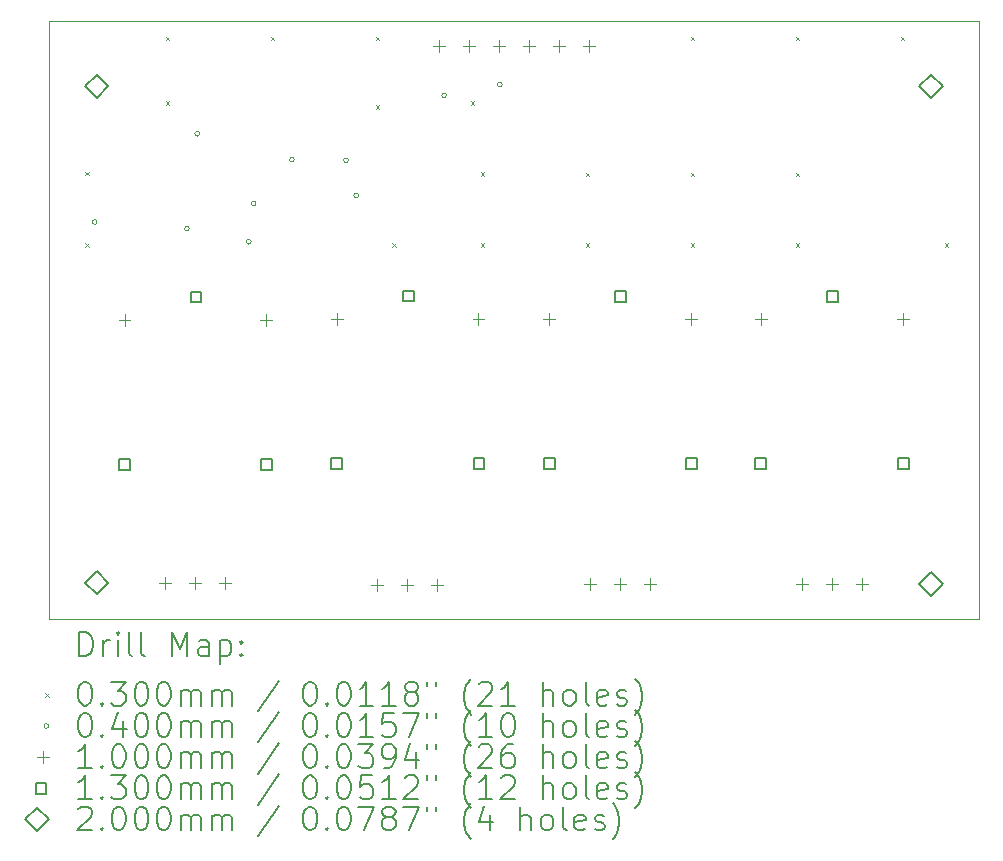
<source format=gbr>
%TF.GenerationSoftware,KiCad,Pcbnew,7.0.11-2.fc39*%
%TF.CreationDate,2024-06-06T09:07:51+02:00*%
%TF.ProjectId,four_relays_extension,666f7572-5f72-4656-9c61-79735f657874,1.0*%
%TF.SameCoordinates,Original*%
%TF.FileFunction,Drillmap*%
%TF.FilePolarity,Positive*%
%FSLAX45Y45*%
G04 Gerber Fmt 4.5, Leading zero omitted, Abs format (unit mm)*
G04 Created by KiCad (PCBNEW 7.0.11-2.fc39) date 2024-06-06 09:07:51*
%MOMM*%
%LPD*%
G01*
G04 APERTURE LIST*
%ADD10C,0.100000*%
%ADD11C,0.200000*%
%ADD12C,0.130000*%
G04 APERTURE END LIST*
D10*
X10195560Y-5092700D02*
X18064480Y-5092700D01*
X18064480Y-10154920D01*
X10195560Y-10154920D01*
X10195560Y-5092700D01*
D11*
D10*
X10498060Y-6370560D02*
X10528060Y-6400560D01*
X10528060Y-6370560D02*
X10498060Y-6400560D01*
X10498060Y-6975080D02*
X10528060Y-7005080D01*
X10528060Y-6975080D02*
X10498060Y-7005080D01*
X11181320Y-5227560D02*
X11211320Y-5257560D01*
X11211320Y-5227560D02*
X11181320Y-5257560D01*
X11181320Y-5776200D02*
X11211320Y-5806200D01*
X11211320Y-5776200D02*
X11181320Y-5806200D01*
X12070320Y-5227560D02*
X12100320Y-5257560D01*
X12100320Y-5227560D02*
X12070320Y-5257560D01*
X12959320Y-5227560D02*
X12989320Y-5257560D01*
X12989320Y-5227560D02*
X12959320Y-5257560D01*
X12959320Y-5806680D02*
X12989320Y-5836680D01*
X12989320Y-5806680D02*
X12959320Y-5836680D01*
X13099020Y-6975080D02*
X13129020Y-7005080D01*
X13129020Y-6975080D02*
X13099020Y-7005080D01*
X13764500Y-5776200D02*
X13794500Y-5806200D01*
X13794500Y-5776200D02*
X13764500Y-5806200D01*
X13848320Y-6375640D02*
X13878320Y-6405640D01*
X13878320Y-6375640D02*
X13848320Y-6405640D01*
X13848320Y-6975080D02*
X13878320Y-7005080D01*
X13878320Y-6975080D02*
X13848320Y-7005080D01*
X14737320Y-6380720D02*
X14767320Y-6410720D01*
X14767320Y-6380720D02*
X14737320Y-6410720D01*
X14737320Y-6975080D02*
X14767320Y-7005080D01*
X14767320Y-6975080D02*
X14737320Y-7005080D01*
X15626320Y-5227560D02*
X15656320Y-5257560D01*
X15656320Y-5227560D02*
X15626320Y-5257560D01*
X15626320Y-6380720D02*
X15656320Y-6410720D01*
X15656320Y-6380720D02*
X15626320Y-6410720D01*
X15626320Y-6975080D02*
X15656320Y-7005080D01*
X15656320Y-6975080D02*
X15626320Y-7005080D01*
X16515320Y-5227560D02*
X16545320Y-5257560D01*
X16545320Y-5227560D02*
X16515320Y-5257560D01*
X16515320Y-6380720D02*
X16545320Y-6410720D01*
X16545320Y-6380720D02*
X16515320Y-6410720D01*
X16515320Y-6975080D02*
X16545320Y-7005080D01*
X16545320Y-6975080D02*
X16515320Y-7005080D01*
X17404320Y-5227560D02*
X17434320Y-5257560D01*
X17434320Y-5227560D02*
X17404320Y-5257560D01*
X17775160Y-6975080D02*
X17805160Y-7005080D01*
X17805160Y-6975080D02*
X17775160Y-7005080D01*
X10599100Y-6797040D02*
G75*
G03*
X10559100Y-6797040I-20000J0D01*
G01*
X10559100Y-6797040D02*
G75*
G03*
X10599100Y-6797040I20000J0D01*
G01*
X11381420Y-6852920D02*
G75*
G03*
X11341420Y-6852920I-20000J0D01*
G01*
X11341420Y-6852920D02*
G75*
G03*
X11381420Y-6852920I20000J0D01*
G01*
X11467780Y-6050280D02*
G75*
G03*
X11427780Y-6050280I-20000J0D01*
G01*
X11427780Y-6050280D02*
G75*
G03*
X11467780Y-6050280I20000J0D01*
G01*
X11904660Y-6964680D02*
G75*
G03*
X11864660Y-6964680I-20000J0D01*
G01*
X11864660Y-6964680D02*
G75*
G03*
X11904660Y-6964680I20000J0D01*
G01*
X11945300Y-6639560D02*
G75*
G03*
X11905300Y-6639560I-20000J0D01*
G01*
X11905300Y-6639560D02*
G75*
G03*
X11945300Y-6639560I20000J0D01*
G01*
X12270420Y-6268720D02*
G75*
G03*
X12230420Y-6268720I-20000J0D01*
G01*
X12230420Y-6268720D02*
G75*
G03*
X12270420Y-6268720I20000J0D01*
G01*
X12727620Y-6273800D02*
G75*
G03*
X12687620Y-6273800I-20000J0D01*
G01*
X12687620Y-6273800D02*
G75*
G03*
X12727620Y-6273800I20000J0D01*
G01*
X12813980Y-6573520D02*
G75*
G03*
X12773980Y-6573520I-20000J0D01*
G01*
X12773980Y-6573520D02*
G75*
G03*
X12813980Y-6573520I20000J0D01*
G01*
X13558200Y-5725160D02*
G75*
G03*
X13518200Y-5725160I-20000J0D01*
G01*
X13518200Y-5725160D02*
G75*
G03*
X13558200Y-5725160I20000J0D01*
G01*
X14030640Y-5633720D02*
G75*
G03*
X13990640Y-5633720I-20000J0D01*
G01*
X13990640Y-5633720D02*
G75*
G03*
X14030640Y-5633720I20000J0D01*
G01*
X10833100Y-7576900D02*
X10833100Y-7676900D01*
X10783100Y-7626900D02*
X10883100Y-7626900D01*
X11176000Y-9805200D02*
X11176000Y-9905200D01*
X11126000Y-9855200D02*
X11226000Y-9855200D01*
X11430000Y-9805200D02*
X11430000Y-9905200D01*
X11380000Y-9855200D02*
X11480000Y-9855200D01*
X11684000Y-9805200D02*
X11684000Y-9905200D01*
X11634000Y-9855200D02*
X11734000Y-9855200D01*
X12033100Y-7576900D02*
X12033100Y-7676900D01*
X11983100Y-7626900D02*
X12083100Y-7626900D01*
X12628880Y-7569200D02*
X12628880Y-7669200D01*
X12578880Y-7619200D02*
X12678880Y-7619200D01*
X12969240Y-9817900D02*
X12969240Y-9917900D01*
X12919240Y-9867900D02*
X13019240Y-9867900D01*
X13223240Y-9817900D02*
X13223240Y-9917900D01*
X13173240Y-9867900D02*
X13273240Y-9867900D01*
X13477240Y-9817900D02*
X13477240Y-9917900D01*
X13427240Y-9867900D02*
X13527240Y-9867900D01*
X13497560Y-5258600D02*
X13497560Y-5358600D01*
X13447560Y-5308600D02*
X13547560Y-5308600D01*
X13751560Y-5258600D02*
X13751560Y-5358600D01*
X13701560Y-5308600D02*
X13801560Y-5308600D01*
X13828880Y-7569200D02*
X13828880Y-7669200D01*
X13778880Y-7619200D02*
X13878880Y-7619200D01*
X14005560Y-5258600D02*
X14005560Y-5358600D01*
X13955560Y-5308600D02*
X14055560Y-5308600D01*
X14259560Y-5258600D02*
X14259560Y-5358600D01*
X14209560Y-5308600D02*
X14309560Y-5308600D01*
X14427200Y-7570000D02*
X14427200Y-7670000D01*
X14377200Y-7620000D02*
X14477200Y-7620000D01*
X14513560Y-5258600D02*
X14513560Y-5358600D01*
X14463560Y-5308600D02*
X14563560Y-5308600D01*
X14767560Y-5258600D02*
X14767560Y-5358600D01*
X14717560Y-5308600D02*
X14817560Y-5308600D01*
X14772640Y-9810280D02*
X14772640Y-9910280D01*
X14722640Y-9860280D02*
X14822640Y-9860280D01*
X15026640Y-9810280D02*
X15026640Y-9910280D01*
X14976640Y-9860280D02*
X15076640Y-9860280D01*
X15280640Y-9810280D02*
X15280640Y-9910280D01*
X15230640Y-9860280D02*
X15330640Y-9860280D01*
X15627200Y-7570000D02*
X15627200Y-7670000D01*
X15577200Y-7620000D02*
X15677200Y-7620000D01*
X16220440Y-7570000D02*
X16220440Y-7670000D01*
X16170440Y-7620000D02*
X16270440Y-7620000D01*
X16570960Y-9810280D02*
X16570960Y-9910280D01*
X16520960Y-9860280D02*
X16620960Y-9860280D01*
X16824960Y-9810280D02*
X16824960Y-9910280D01*
X16774960Y-9860280D02*
X16874960Y-9860280D01*
X17078960Y-9810280D02*
X17078960Y-9910280D01*
X17028960Y-9860280D02*
X17128960Y-9860280D01*
X17420440Y-7570000D02*
X17420440Y-7670000D01*
X17370440Y-7620000D02*
X17470440Y-7620000D01*
D12*
X10879062Y-8892862D02*
X10879062Y-8800938D01*
X10787138Y-8800938D01*
X10787138Y-8892862D01*
X10879062Y-8892862D01*
X11484062Y-7477862D02*
X11484062Y-7385938D01*
X11392138Y-7385938D01*
X11392138Y-7477862D01*
X11484062Y-7477862D01*
X12084062Y-8897862D02*
X12084062Y-8805938D01*
X11992138Y-8805938D01*
X11992138Y-8897862D01*
X12084062Y-8897862D01*
X12674842Y-8885162D02*
X12674842Y-8793238D01*
X12582918Y-8793238D01*
X12582918Y-8885162D01*
X12674842Y-8885162D01*
X13279842Y-7470162D02*
X13279842Y-7378238D01*
X13187918Y-7378238D01*
X13187918Y-7470162D01*
X13279842Y-7470162D01*
X13879842Y-8890162D02*
X13879842Y-8798238D01*
X13787918Y-8798238D01*
X13787918Y-8890162D01*
X13879842Y-8890162D01*
X14473162Y-8885962D02*
X14473162Y-8794038D01*
X14381238Y-8794038D01*
X14381238Y-8885962D01*
X14473162Y-8885962D01*
X15078162Y-7470962D02*
X15078162Y-7379038D01*
X14986238Y-7379038D01*
X14986238Y-7470962D01*
X15078162Y-7470962D01*
X15678162Y-8890962D02*
X15678162Y-8799038D01*
X15586238Y-8799038D01*
X15586238Y-8890962D01*
X15678162Y-8890962D01*
X16266402Y-8885962D02*
X16266402Y-8794038D01*
X16174478Y-8794038D01*
X16174478Y-8885962D01*
X16266402Y-8885962D01*
X16871402Y-7470962D02*
X16871402Y-7379038D01*
X16779478Y-7379038D01*
X16779478Y-7470962D01*
X16871402Y-7470962D01*
X17471402Y-8890962D02*
X17471402Y-8799038D01*
X17379478Y-8799038D01*
X17379478Y-8890962D01*
X17471402Y-8890962D01*
D11*
X10596880Y-5748960D02*
X10696880Y-5648960D01*
X10596880Y-5548960D01*
X10496880Y-5648960D01*
X10596880Y-5748960D01*
X10596880Y-9950120D02*
X10696880Y-9850120D01*
X10596880Y-9750120D01*
X10496880Y-9850120D01*
X10596880Y-9950120D01*
X17663160Y-5748960D02*
X17763160Y-5648960D01*
X17663160Y-5548960D01*
X17563160Y-5648960D01*
X17663160Y-5748960D01*
X17663160Y-9960280D02*
X17763160Y-9860280D01*
X17663160Y-9760280D01*
X17563160Y-9860280D01*
X17663160Y-9960280D01*
X10451337Y-10471404D02*
X10451337Y-10271404D01*
X10451337Y-10271404D02*
X10498956Y-10271404D01*
X10498956Y-10271404D02*
X10527527Y-10280928D01*
X10527527Y-10280928D02*
X10546575Y-10299975D01*
X10546575Y-10299975D02*
X10556099Y-10319023D01*
X10556099Y-10319023D02*
X10565623Y-10357118D01*
X10565623Y-10357118D02*
X10565623Y-10385690D01*
X10565623Y-10385690D02*
X10556099Y-10423785D01*
X10556099Y-10423785D02*
X10546575Y-10442832D01*
X10546575Y-10442832D02*
X10527527Y-10461880D01*
X10527527Y-10461880D02*
X10498956Y-10471404D01*
X10498956Y-10471404D02*
X10451337Y-10471404D01*
X10651337Y-10471404D02*
X10651337Y-10338070D01*
X10651337Y-10376166D02*
X10660861Y-10357118D01*
X10660861Y-10357118D02*
X10670384Y-10347594D01*
X10670384Y-10347594D02*
X10689432Y-10338070D01*
X10689432Y-10338070D02*
X10708480Y-10338070D01*
X10775146Y-10471404D02*
X10775146Y-10338070D01*
X10775146Y-10271404D02*
X10765623Y-10280928D01*
X10765623Y-10280928D02*
X10775146Y-10290451D01*
X10775146Y-10290451D02*
X10784670Y-10280928D01*
X10784670Y-10280928D02*
X10775146Y-10271404D01*
X10775146Y-10271404D02*
X10775146Y-10290451D01*
X10898956Y-10471404D02*
X10879908Y-10461880D01*
X10879908Y-10461880D02*
X10870384Y-10442832D01*
X10870384Y-10442832D02*
X10870384Y-10271404D01*
X11003718Y-10471404D02*
X10984670Y-10461880D01*
X10984670Y-10461880D02*
X10975146Y-10442832D01*
X10975146Y-10442832D02*
X10975146Y-10271404D01*
X11232289Y-10471404D02*
X11232289Y-10271404D01*
X11232289Y-10271404D02*
X11298956Y-10414261D01*
X11298956Y-10414261D02*
X11365622Y-10271404D01*
X11365622Y-10271404D02*
X11365622Y-10471404D01*
X11546575Y-10471404D02*
X11546575Y-10366642D01*
X11546575Y-10366642D02*
X11537051Y-10347594D01*
X11537051Y-10347594D02*
X11518003Y-10338070D01*
X11518003Y-10338070D02*
X11479908Y-10338070D01*
X11479908Y-10338070D02*
X11460861Y-10347594D01*
X11546575Y-10461880D02*
X11527527Y-10471404D01*
X11527527Y-10471404D02*
X11479908Y-10471404D01*
X11479908Y-10471404D02*
X11460861Y-10461880D01*
X11460861Y-10461880D02*
X11451337Y-10442832D01*
X11451337Y-10442832D02*
X11451337Y-10423785D01*
X11451337Y-10423785D02*
X11460861Y-10404737D01*
X11460861Y-10404737D02*
X11479908Y-10395213D01*
X11479908Y-10395213D02*
X11527527Y-10395213D01*
X11527527Y-10395213D02*
X11546575Y-10385690D01*
X11641813Y-10338070D02*
X11641813Y-10538070D01*
X11641813Y-10347594D02*
X11660861Y-10338070D01*
X11660861Y-10338070D02*
X11698956Y-10338070D01*
X11698956Y-10338070D02*
X11718003Y-10347594D01*
X11718003Y-10347594D02*
X11727527Y-10357118D01*
X11727527Y-10357118D02*
X11737051Y-10376166D01*
X11737051Y-10376166D02*
X11737051Y-10433309D01*
X11737051Y-10433309D02*
X11727527Y-10452356D01*
X11727527Y-10452356D02*
X11718003Y-10461880D01*
X11718003Y-10461880D02*
X11698956Y-10471404D01*
X11698956Y-10471404D02*
X11660861Y-10471404D01*
X11660861Y-10471404D02*
X11641813Y-10461880D01*
X11822765Y-10452356D02*
X11832289Y-10461880D01*
X11832289Y-10461880D02*
X11822765Y-10471404D01*
X11822765Y-10471404D02*
X11813242Y-10461880D01*
X11813242Y-10461880D02*
X11822765Y-10452356D01*
X11822765Y-10452356D02*
X11822765Y-10471404D01*
X11822765Y-10347594D02*
X11832289Y-10357118D01*
X11832289Y-10357118D02*
X11822765Y-10366642D01*
X11822765Y-10366642D02*
X11813242Y-10357118D01*
X11813242Y-10357118D02*
X11822765Y-10347594D01*
X11822765Y-10347594D02*
X11822765Y-10366642D01*
D10*
X10160560Y-10784920D02*
X10190560Y-10814920D01*
X10190560Y-10784920D02*
X10160560Y-10814920D01*
D11*
X10489432Y-10691404D02*
X10508480Y-10691404D01*
X10508480Y-10691404D02*
X10527527Y-10700928D01*
X10527527Y-10700928D02*
X10537051Y-10710451D01*
X10537051Y-10710451D02*
X10546575Y-10729499D01*
X10546575Y-10729499D02*
X10556099Y-10767594D01*
X10556099Y-10767594D02*
X10556099Y-10815213D01*
X10556099Y-10815213D02*
X10546575Y-10853309D01*
X10546575Y-10853309D02*
X10537051Y-10872356D01*
X10537051Y-10872356D02*
X10527527Y-10881880D01*
X10527527Y-10881880D02*
X10508480Y-10891404D01*
X10508480Y-10891404D02*
X10489432Y-10891404D01*
X10489432Y-10891404D02*
X10470384Y-10881880D01*
X10470384Y-10881880D02*
X10460861Y-10872356D01*
X10460861Y-10872356D02*
X10451337Y-10853309D01*
X10451337Y-10853309D02*
X10441813Y-10815213D01*
X10441813Y-10815213D02*
X10441813Y-10767594D01*
X10441813Y-10767594D02*
X10451337Y-10729499D01*
X10451337Y-10729499D02*
X10460861Y-10710451D01*
X10460861Y-10710451D02*
X10470384Y-10700928D01*
X10470384Y-10700928D02*
X10489432Y-10691404D01*
X10641813Y-10872356D02*
X10651337Y-10881880D01*
X10651337Y-10881880D02*
X10641813Y-10891404D01*
X10641813Y-10891404D02*
X10632289Y-10881880D01*
X10632289Y-10881880D02*
X10641813Y-10872356D01*
X10641813Y-10872356D02*
X10641813Y-10891404D01*
X10718004Y-10691404D02*
X10841813Y-10691404D01*
X10841813Y-10691404D02*
X10775146Y-10767594D01*
X10775146Y-10767594D02*
X10803718Y-10767594D01*
X10803718Y-10767594D02*
X10822765Y-10777118D01*
X10822765Y-10777118D02*
X10832289Y-10786642D01*
X10832289Y-10786642D02*
X10841813Y-10805690D01*
X10841813Y-10805690D02*
X10841813Y-10853309D01*
X10841813Y-10853309D02*
X10832289Y-10872356D01*
X10832289Y-10872356D02*
X10822765Y-10881880D01*
X10822765Y-10881880D02*
X10803718Y-10891404D01*
X10803718Y-10891404D02*
X10746575Y-10891404D01*
X10746575Y-10891404D02*
X10727527Y-10881880D01*
X10727527Y-10881880D02*
X10718004Y-10872356D01*
X10965623Y-10691404D02*
X10984670Y-10691404D01*
X10984670Y-10691404D02*
X11003718Y-10700928D01*
X11003718Y-10700928D02*
X11013242Y-10710451D01*
X11013242Y-10710451D02*
X11022765Y-10729499D01*
X11022765Y-10729499D02*
X11032289Y-10767594D01*
X11032289Y-10767594D02*
X11032289Y-10815213D01*
X11032289Y-10815213D02*
X11022765Y-10853309D01*
X11022765Y-10853309D02*
X11013242Y-10872356D01*
X11013242Y-10872356D02*
X11003718Y-10881880D01*
X11003718Y-10881880D02*
X10984670Y-10891404D01*
X10984670Y-10891404D02*
X10965623Y-10891404D01*
X10965623Y-10891404D02*
X10946575Y-10881880D01*
X10946575Y-10881880D02*
X10937051Y-10872356D01*
X10937051Y-10872356D02*
X10927527Y-10853309D01*
X10927527Y-10853309D02*
X10918004Y-10815213D01*
X10918004Y-10815213D02*
X10918004Y-10767594D01*
X10918004Y-10767594D02*
X10927527Y-10729499D01*
X10927527Y-10729499D02*
X10937051Y-10710451D01*
X10937051Y-10710451D02*
X10946575Y-10700928D01*
X10946575Y-10700928D02*
X10965623Y-10691404D01*
X11156099Y-10691404D02*
X11175146Y-10691404D01*
X11175146Y-10691404D02*
X11194194Y-10700928D01*
X11194194Y-10700928D02*
X11203718Y-10710451D01*
X11203718Y-10710451D02*
X11213242Y-10729499D01*
X11213242Y-10729499D02*
X11222765Y-10767594D01*
X11222765Y-10767594D02*
X11222765Y-10815213D01*
X11222765Y-10815213D02*
X11213242Y-10853309D01*
X11213242Y-10853309D02*
X11203718Y-10872356D01*
X11203718Y-10872356D02*
X11194194Y-10881880D01*
X11194194Y-10881880D02*
X11175146Y-10891404D01*
X11175146Y-10891404D02*
X11156099Y-10891404D01*
X11156099Y-10891404D02*
X11137051Y-10881880D01*
X11137051Y-10881880D02*
X11127527Y-10872356D01*
X11127527Y-10872356D02*
X11118004Y-10853309D01*
X11118004Y-10853309D02*
X11108480Y-10815213D01*
X11108480Y-10815213D02*
X11108480Y-10767594D01*
X11108480Y-10767594D02*
X11118004Y-10729499D01*
X11118004Y-10729499D02*
X11127527Y-10710451D01*
X11127527Y-10710451D02*
X11137051Y-10700928D01*
X11137051Y-10700928D02*
X11156099Y-10691404D01*
X11308480Y-10891404D02*
X11308480Y-10758070D01*
X11308480Y-10777118D02*
X11318003Y-10767594D01*
X11318003Y-10767594D02*
X11337051Y-10758070D01*
X11337051Y-10758070D02*
X11365623Y-10758070D01*
X11365623Y-10758070D02*
X11384670Y-10767594D01*
X11384670Y-10767594D02*
X11394194Y-10786642D01*
X11394194Y-10786642D02*
X11394194Y-10891404D01*
X11394194Y-10786642D02*
X11403718Y-10767594D01*
X11403718Y-10767594D02*
X11422765Y-10758070D01*
X11422765Y-10758070D02*
X11451337Y-10758070D01*
X11451337Y-10758070D02*
X11470384Y-10767594D01*
X11470384Y-10767594D02*
X11479908Y-10786642D01*
X11479908Y-10786642D02*
X11479908Y-10891404D01*
X11575146Y-10891404D02*
X11575146Y-10758070D01*
X11575146Y-10777118D02*
X11584670Y-10767594D01*
X11584670Y-10767594D02*
X11603718Y-10758070D01*
X11603718Y-10758070D02*
X11632289Y-10758070D01*
X11632289Y-10758070D02*
X11651337Y-10767594D01*
X11651337Y-10767594D02*
X11660861Y-10786642D01*
X11660861Y-10786642D02*
X11660861Y-10891404D01*
X11660861Y-10786642D02*
X11670384Y-10767594D01*
X11670384Y-10767594D02*
X11689432Y-10758070D01*
X11689432Y-10758070D02*
X11718003Y-10758070D01*
X11718003Y-10758070D02*
X11737051Y-10767594D01*
X11737051Y-10767594D02*
X11746575Y-10786642D01*
X11746575Y-10786642D02*
X11746575Y-10891404D01*
X12137051Y-10681880D02*
X11965623Y-10939023D01*
X12394194Y-10691404D02*
X12413242Y-10691404D01*
X12413242Y-10691404D02*
X12432289Y-10700928D01*
X12432289Y-10700928D02*
X12441813Y-10710451D01*
X12441813Y-10710451D02*
X12451337Y-10729499D01*
X12451337Y-10729499D02*
X12460861Y-10767594D01*
X12460861Y-10767594D02*
X12460861Y-10815213D01*
X12460861Y-10815213D02*
X12451337Y-10853309D01*
X12451337Y-10853309D02*
X12441813Y-10872356D01*
X12441813Y-10872356D02*
X12432289Y-10881880D01*
X12432289Y-10881880D02*
X12413242Y-10891404D01*
X12413242Y-10891404D02*
X12394194Y-10891404D01*
X12394194Y-10891404D02*
X12375146Y-10881880D01*
X12375146Y-10881880D02*
X12365623Y-10872356D01*
X12365623Y-10872356D02*
X12356099Y-10853309D01*
X12356099Y-10853309D02*
X12346575Y-10815213D01*
X12346575Y-10815213D02*
X12346575Y-10767594D01*
X12346575Y-10767594D02*
X12356099Y-10729499D01*
X12356099Y-10729499D02*
X12365623Y-10710451D01*
X12365623Y-10710451D02*
X12375146Y-10700928D01*
X12375146Y-10700928D02*
X12394194Y-10691404D01*
X12546575Y-10872356D02*
X12556099Y-10881880D01*
X12556099Y-10881880D02*
X12546575Y-10891404D01*
X12546575Y-10891404D02*
X12537051Y-10881880D01*
X12537051Y-10881880D02*
X12546575Y-10872356D01*
X12546575Y-10872356D02*
X12546575Y-10891404D01*
X12679908Y-10691404D02*
X12698956Y-10691404D01*
X12698956Y-10691404D02*
X12718004Y-10700928D01*
X12718004Y-10700928D02*
X12727527Y-10710451D01*
X12727527Y-10710451D02*
X12737051Y-10729499D01*
X12737051Y-10729499D02*
X12746575Y-10767594D01*
X12746575Y-10767594D02*
X12746575Y-10815213D01*
X12746575Y-10815213D02*
X12737051Y-10853309D01*
X12737051Y-10853309D02*
X12727527Y-10872356D01*
X12727527Y-10872356D02*
X12718004Y-10881880D01*
X12718004Y-10881880D02*
X12698956Y-10891404D01*
X12698956Y-10891404D02*
X12679908Y-10891404D01*
X12679908Y-10891404D02*
X12660861Y-10881880D01*
X12660861Y-10881880D02*
X12651337Y-10872356D01*
X12651337Y-10872356D02*
X12641813Y-10853309D01*
X12641813Y-10853309D02*
X12632289Y-10815213D01*
X12632289Y-10815213D02*
X12632289Y-10767594D01*
X12632289Y-10767594D02*
X12641813Y-10729499D01*
X12641813Y-10729499D02*
X12651337Y-10710451D01*
X12651337Y-10710451D02*
X12660861Y-10700928D01*
X12660861Y-10700928D02*
X12679908Y-10691404D01*
X12937051Y-10891404D02*
X12822766Y-10891404D01*
X12879908Y-10891404D02*
X12879908Y-10691404D01*
X12879908Y-10691404D02*
X12860861Y-10719975D01*
X12860861Y-10719975D02*
X12841813Y-10739023D01*
X12841813Y-10739023D02*
X12822766Y-10748547D01*
X13127527Y-10891404D02*
X13013242Y-10891404D01*
X13070385Y-10891404D02*
X13070385Y-10691404D01*
X13070385Y-10691404D02*
X13051337Y-10719975D01*
X13051337Y-10719975D02*
X13032289Y-10739023D01*
X13032289Y-10739023D02*
X13013242Y-10748547D01*
X13241813Y-10777118D02*
X13222766Y-10767594D01*
X13222766Y-10767594D02*
X13213242Y-10758070D01*
X13213242Y-10758070D02*
X13203718Y-10739023D01*
X13203718Y-10739023D02*
X13203718Y-10729499D01*
X13203718Y-10729499D02*
X13213242Y-10710451D01*
X13213242Y-10710451D02*
X13222766Y-10700928D01*
X13222766Y-10700928D02*
X13241813Y-10691404D01*
X13241813Y-10691404D02*
X13279908Y-10691404D01*
X13279908Y-10691404D02*
X13298956Y-10700928D01*
X13298956Y-10700928D02*
X13308480Y-10710451D01*
X13308480Y-10710451D02*
X13318004Y-10729499D01*
X13318004Y-10729499D02*
X13318004Y-10739023D01*
X13318004Y-10739023D02*
X13308480Y-10758070D01*
X13308480Y-10758070D02*
X13298956Y-10767594D01*
X13298956Y-10767594D02*
X13279908Y-10777118D01*
X13279908Y-10777118D02*
X13241813Y-10777118D01*
X13241813Y-10777118D02*
X13222766Y-10786642D01*
X13222766Y-10786642D02*
X13213242Y-10796166D01*
X13213242Y-10796166D02*
X13203718Y-10815213D01*
X13203718Y-10815213D02*
X13203718Y-10853309D01*
X13203718Y-10853309D02*
X13213242Y-10872356D01*
X13213242Y-10872356D02*
X13222766Y-10881880D01*
X13222766Y-10881880D02*
X13241813Y-10891404D01*
X13241813Y-10891404D02*
X13279908Y-10891404D01*
X13279908Y-10891404D02*
X13298956Y-10881880D01*
X13298956Y-10881880D02*
X13308480Y-10872356D01*
X13308480Y-10872356D02*
X13318004Y-10853309D01*
X13318004Y-10853309D02*
X13318004Y-10815213D01*
X13318004Y-10815213D02*
X13308480Y-10796166D01*
X13308480Y-10796166D02*
X13298956Y-10786642D01*
X13298956Y-10786642D02*
X13279908Y-10777118D01*
X13394194Y-10691404D02*
X13394194Y-10729499D01*
X13470385Y-10691404D02*
X13470385Y-10729499D01*
X13765623Y-10967594D02*
X13756099Y-10958070D01*
X13756099Y-10958070D02*
X13737051Y-10929499D01*
X13737051Y-10929499D02*
X13727528Y-10910451D01*
X13727528Y-10910451D02*
X13718004Y-10881880D01*
X13718004Y-10881880D02*
X13708480Y-10834261D01*
X13708480Y-10834261D02*
X13708480Y-10796166D01*
X13708480Y-10796166D02*
X13718004Y-10748547D01*
X13718004Y-10748547D02*
X13727528Y-10719975D01*
X13727528Y-10719975D02*
X13737051Y-10700928D01*
X13737051Y-10700928D02*
X13756099Y-10672356D01*
X13756099Y-10672356D02*
X13765623Y-10662832D01*
X13832289Y-10710451D02*
X13841813Y-10700928D01*
X13841813Y-10700928D02*
X13860861Y-10691404D01*
X13860861Y-10691404D02*
X13908480Y-10691404D01*
X13908480Y-10691404D02*
X13927528Y-10700928D01*
X13927528Y-10700928D02*
X13937051Y-10710451D01*
X13937051Y-10710451D02*
X13946575Y-10729499D01*
X13946575Y-10729499D02*
X13946575Y-10748547D01*
X13946575Y-10748547D02*
X13937051Y-10777118D01*
X13937051Y-10777118D02*
X13822766Y-10891404D01*
X13822766Y-10891404D02*
X13946575Y-10891404D01*
X14137051Y-10891404D02*
X14022766Y-10891404D01*
X14079908Y-10891404D02*
X14079908Y-10691404D01*
X14079908Y-10691404D02*
X14060861Y-10719975D01*
X14060861Y-10719975D02*
X14041813Y-10739023D01*
X14041813Y-10739023D02*
X14022766Y-10748547D01*
X14375147Y-10891404D02*
X14375147Y-10691404D01*
X14460861Y-10891404D02*
X14460861Y-10786642D01*
X14460861Y-10786642D02*
X14451337Y-10767594D01*
X14451337Y-10767594D02*
X14432290Y-10758070D01*
X14432290Y-10758070D02*
X14403718Y-10758070D01*
X14403718Y-10758070D02*
X14384670Y-10767594D01*
X14384670Y-10767594D02*
X14375147Y-10777118D01*
X14584670Y-10891404D02*
X14565623Y-10881880D01*
X14565623Y-10881880D02*
X14556099Y-10872356D01*
X14556099Y-10872356D02*
X14546575Y-10853309D01*
X14546575Y-10853309D02*
X14546575Y-10796166D01*
X14546575Y-10796166D02*
X14556099Y-10777118D01*
X14556099Y-10777118D02*
X14565623Y-10767594D01*
X14565623Y-10767594D02*
X14584670Y-10758070D01*
X14584670Y-10758070D02*
X14613242Y-10758070D01*
X14613242Y-10758070D02*
X14632290Y-10767594D01*
X14632290Y-10767594D02*
X14641813Y-10777118D01*
X14641813Y-10777118D02*
X14651337Y-10796166D01*
X14651337Y-10796166D02*
X14651337Y-10853309D01*
X14651337Y-10853309D02*
X14641813Y-10872356D01*
X14641813Y-10872356D02*
X14632290Y-10881880D01*
X14632290Y-10881880D02*
X14613242Y-10891404D01*
X14613242Y-10891404D02*
X14584670Y-10891404D01*
X14765623Y-10891404D02*
X14746575Y-10881880D01*
X14746575Y-10881880D02*
X14737051Y-10862832D01*
X14737051Y-10862832D02*
X14737051Y-10691404D01*
X14918004Y-10881880D02*
X14898956Y-10891404D01*
X14898956Y-10891404D02*
X14860861Y-10891404D01*
X14860861Y-10891404D02*
X14841813Y-10881880D01*
X14841813Y-10881880D02*
X14832290Y-10862832D01*
X14832290Y-10862832D02*
X14832290Y-10786642D01*
X14832290Y-10786642D02*
X14841813Y-10767594D01*
X14841813Y-10767594D02*
X14860861Y-10758070D01*
X14860861Y-10758070D02*
X14898956Y-10758070D01*
X14898956Y-10758070D02*
X14918004Y-10767594D01*
X14918004Y-10767594D02*
X14927528Y-10786642D01*
X14927528Y-10786642D02*
X14927528Y-10805690D01*
X14927528Y-10805690D02*
X14832290Y-10824737D01*
X15003718Y-10881880D02*
X15022766Y-10891404D01*
X15022766Y-10891404D02*
X15060861Y-10891404D01*
X15060861Y-10891404D02*
X15079909Y-10881880D01*
X15079909Y-10881880D02*
X15089432Y-10862832D01*
X15089432Y-10862832D02*
X15089432Y-10853309D01*
X15089432Y-10853309D02*
X15079909Y-10834261D01*
X15079909Y-10834261D02*
X15060861Y-10824737D01*
X15060861Y-10824737D02*
X15032290Y-10824737D01*
X15032290Y-10824737D02*
X15013242Y-10815213D01*
X15013242Y-10815213D02*
X15003718Y-10796166D01*
X15003718Y-10796166D02*
X15003718Y-10786642D01*
X15003718Y-10786642D02*
X15013242Y-10767594D01*
X15013242Y-10767594D02*
X15032290Y-10758070D01*
X15032290Y-10758070D02*
X15060861Y-10758070D01*
X15060861Y-10758070D02*
X15079909Y-10767594D01*
X15156099Y-10967594D02*
X15165623Y-10958070D01*
X15165623Y-10958070D02*
X15184671Y-10929499D01*
X15184671Y-10929499D02*
X15194194Y-10910451D01*
X15194194Y-10910451D02*
X15203718Y-10881880D01*
X15203718Y-10881880D02*
X15213242Y-10834261D01*
X15213242Y-10834261D02*
X15213242Y-10796166D01*
X15213242Y-10796166D02*
X15203718Y-10748547D01*
X15203718Y-10748547D02*
X15194194Y-10719975D01*
X15194194Y-10719975D02*
X15184671Y-10700928D01*
X15184671Y-10700928D02*
X15165623Y-10672356D01*
X15165623Y-10672356D02*
X15156099Y-10662832D01*
D10*
X10190560Y-11063920D02*
G75*
G03*
X10150560Y-11063920I-20000J0D01*
G01*
X10150560Y-11063920D02*
G75*
G03*
X10190560Y-11063920I20000J0D01*
G01*
D11*
X10489432Y-10955404D02*
X10508480Y-10955404D01*
X10508480Y-10955404D02*
X10527527Y-10964928D01*
X10527527Y-10964928D02*
X10537051Y-10974451D01*
X10537051Y-10974451D02*
X10546575Y-10993499D01*
X10546575Y-10993499D02*
X10556099Y-11031594D01*
X10556099Y-11031594D02*
X10556099Y-11079213D01*
X10556099Y-11079213D02*
X10546575Y-11117309D01*
X10546575Y-11117309D02*
X10537051Y-11136356D01*
X10537051Y-11136356D02*
X10527527Y-11145880D01*
X10527527Y-11145880D02*
X10508480Y-11155404D01*
X10508480Y-11155404D02*
X10489432Y-11155404D01*
X10489432Y-11155404D02*
X10470384Y-11145880D01*
X10470384Y-11145880D02*
X10460861Y-11136356D01*
X10460861Y-11136356D02*
X10451337Y-11117309D01*
X10451337Y-11117309D02*
X10441813Y-11079213D01*
X10441813Y-11079213D02*
X10441813Y-11031594D01*
X10441813Y-11031594D02*
X10451337Y-10993499D01*
X10451337Y-10993499D02*
X10460861Y-10974451D01*
X10460861Y-10974451D02*
X10470384Y-10964928D01*
X10470384Y-10964928D02*
X10489432Y-10955404D01*
X10641813Y-11136356D02*
X10651337Y-11145880D01*
X10651337Y-11145880D02*
X10641813Y-11155404D01*
X10641813Y-11155404D02*
X10632289Y-11145880D01*
X10632289Y-11145880D02*
X10641813Y-11136356D01*
X10641813Y-11136356D02*
X10641813Y-11155404D01*
X10822765Y-11022070D02*
X10822765Y-11155404D01*
X10775146Y-10945880D02*
X10727527Y-11088737D01*
X10727527Y-11088737D02*
X10851337Y-11088737D01*
X10965623Y-10955404D02*
X10984670Y-10955404D01*
X10984670Y-10955404D02*
X11003718Y-10964928D01*
X11003718Y-10964928D02*
X11013242Y-10974451D01*
X11013242Y-10974451D02*
X11022765Y-10993499D01*
X11022765Y-10993499D02*
X11032289Y-11031594D01*
X11032289Y-11031594D02*
X11032289Y-11079213D01*
X11032289Y-11079213D02*
X11022765Y-11117309D01*
X11022765Y-11117309D02*
X11013242Y-11136356D01*
X11013242Y-11136356D02*
X11003718Y-11145880D01*
X11003718Y-11145880D02*
X10984670Y-11155404D01*
X10984670Y-11155404D02*
X10965623Y-11155404D01*
X10965623Y-11155404D02*
X10946575Y-11145880D01*
X10946575Y-11145880D02*
X10937051Y-11136356D01*
X10937051Y-11136356D02*
X10927527Y-11117309D01*
X10927527Y-11117309D02*
X10918004Y-11079213D01*
X10918004Y-11079213D02*
X10918004Y-11031594D01*
X10918004Y-11031594D02*
X10927527Y-10993499D01*
X10927527Y-10993499D02*
X10937051Y-10974451D01*
X10937051Y-10974451D02*
X10946575Y-10964928D01*
X10946575Y-10964928D02*
X10965623Y-10955404D01*
X11156099Y-10955404D02*
X11175146Y-10955404D01*
X11175146Y-10955404D02*
X11194194Y-10964928D01*
X11194194Y-10964928D02*
X11203718Y-10974451D01*
X11203718Y-10974451D02*
X11213242Y-10993499D01*
X11213242Y-10993499D02*
X11222765Y-11031594D01*
X11222765Y-11031594D02*
X11222765Y-11079213D01*
X11222765Y-11079213D02*
X11213242Y-11117309D01*
X11213242Y-11117309D02*
X11203718Y-11136356D01*
X11203718Y-11136356D02*
X11194194Y-11145880D01*
X11194194Y-11145880D02*
X11175146Y-11155404D01*
X11175146Y-11155404D02*
X11156099Y-11155404D01*
X11156099Y-11155404D02*
X11137051Y-11145880D01*
X11137051Y-11145880D02*
X11127527Y-11136356D01*
X11127527Y-11136356D02*
X11118004Y-11117309D01*
X11118004Y-11117309D02*
X11108480Y-11079213D01*
X11108480Y-11079213D02*
X11108480Y-11031594D01*
X11108480Y-11031594D02*
X11118004Y-10993499D01*
X11118004Y-10993499D02*
X11127527Y-10974451D01*
X11127527Y-10974451D02*
X11137051Y-10964928D01*
X11137051Y-10964928D02*
X11156099Y-10955404D01*
X11308480Y-11155404D02*
X11308480Y-11022070D01*
X11308480Y-11041118D02*
X11318003Y-11031594D01*
X11318003Y-11031594D02*
X11337051Y-11022070D01*
X11337051Y-11022070D02*
X11365623Y-11022070D01*
X11365623Y-11022070D02*
X11384670Y-11031594D01*
X11384670Y-11031594D02*
X11394194Y-11050642D01*
X11394194Y-11050642D02*
X11394194Y-11155404D01*
X11394194Y-11050642D02*
X11403718Y-11031594D01*
X11403718Y-11031594D02*
X11422765Y-11022070D01*
X11422765Y-11022070D02*
X11451337Y-11022070D01*
X11451337Y-11022070D02*
X11470384Y-11031594D01*
X11470384Y-11031594D02*
X11479908Y-11050642D01*
X11479908Y-11050642D02*
X11479908Y-11155404D01*
X11575146Y-11155404D02*
X11575146Y-11022070D01*
X11575146Y-11041118D02*
X11584670Y-11031594D01*
X11584670Y-11031594D02*
X11603718Y-11022070D01*
X11603718Y-11022070D02*
X11632289Y-11022070D01*
X11632289Y-11022070D02*
X11651337Y-11031594D01*
X11651337Y-11031594D02*
X11660861Y-11050642D01*
X11660861Y-11050642D02*
X11660861Y-11155404D01*
X11660861Y-11050642D02*
X11670384Y-11031594D01*
X11670384Y-11031594D02*
X11689432Y-11022070D01*
X11689432Y-11022070D02*
X11718003Y-11022070D01*
X11718003Y-11022070D02*
X11737051Y-11031594D01*
X11737051Y-11031594D02*
X11746575Y-11050642D01*
X11746575Y-11050642D02*
X11746575Y-11155404D01*
X12137051Y-10945880D02*
X11965623Y-11203023D01*
X12394194Y-10955404D02*
X12413242Y-10955404D01*
X12413242Y-10955404D02*
X12432289Y-10964928D01*
X12432289Y-10964928D02*
X12441813Y-10974451D01*
X12441813Y-10974451D02*
X12451337Y-10993499D01*
X12451337Y-10993499D02*
X12460861Y-11031594D01*
X12460861Y-11031594D02*
X12460861Y-11079213D01*
X12460861Y-11079213D02*
X12451337Y-11117309D01*
X12451337Y-11117309D02*
X12441813Y-11136356D01*
X12441813Y-11136356D02*
X12432289Y-11145880D01*
X12432289Y-11145880D02*
X12413242Y-11155404D01*
X12413242Y-11155404D02*
X12394194Y-11155404D01*
X12394194Y-11155404D02*
X12375146Y-11145880D01*
X12375146Y-11145880D02*
X12365623Y-11136356D01*
X12365623Y-11136356D02*
X12356099Y-11117309D01*
X12356099Y-11117309D02*
X12346575Y-11079213D01*
X12346575Y-11079213D02*
X12346575Y-11031594D01*
X12346575Y-11031594D02*
X12356099Y-10993499D01*
X12356099Y-10993499D02*
X12365623Y-10974451D01*
X12365623Y-10974451D02*
X12375146Y-10964928D01*
X12375146Y-10964928D02*
X12394194Y-10955404D01*
X12546575Y-11136356D02*
X12556099Y-11145880D01*
X12556099Y-11145880D02*
X12546575Y-11155404D01*
X12546575Y-11155404D02*
X12537051Y-11145880D01*
X12537051Y-11145880D02*
X12546575Y-11136356D01*
X12546575Y-11136356D02*
X12546575Y-11155404D01*
X12679908Y-10955404D02*
X12698956Y-10955404D01*
X12698956Y-10955404D02*
X12718004Y-10964928D01*
X12718004Y-10964928D02*
X12727527Y-10974451D01*
X12727527Y-10974451D02*
X12737051Y-10993499D01*
X12737051Y-10993499D02*
X12746575Y-11031594D01*
X12746575Y-11031594D02*
X12746575Y-11079213D01*
X12746575Y-11079213D02*
X12737051Y-11117309D01*
X12737051Y-11117309D02*
X12727527Y-11136356D01*
X12727527Y-11136356D02*
X12718004Y-11145880D01*
X12718004Y-11145880D02*
X12698956Y-11155404D01*
X12698956Y-11155404D02*
X12679908Y-11155404D01*
X12679908Y-11155404D02*
X12660861Y-11145880D01*
X12660861Y-11145880D02*
X12651337Y-11136356D01*
X12651337Y-11136356D02*
X12641813Y-11117309D01*
X12641813Y-11117309D02*
X12632289Y-11079213D01*
X12632289Y-11079213D02*
X12632289Y-11031594D01*
X12632289Y-11031594D02*
X12641813Y-10993499D01*
X12641813Y-10993499D02*
X12651337Y-10974451D01*
X12651337Y-10974451D02*
X12660861Y-10964928D01*
X12660861Y-10964928D02*
X12679908Y-10955404D01*
X12937051Y-11155404D02*
X12822766Y-11155404D01*
X12879908Y-11155404D02*
X12879908Y-10955404D01*
X12879908Y-10955404D02*
X12860861Y-10983975D01*
X12860861Y-10983975D02*
X12841813Y-11003023D01*
X12841813Y-11003023D02*
X12822766Y-11012547D01*
X13118004Y-10955404D02*
X13022766Y-10955404D01*
X13022766Y-10955404D02*
X13013242Y-11050642D01*
X13013242Y-11050642D02*
X13022766Y-11041118D01*
X13022766Y-11041118D02*
X13041813Y-11031594D01*
X13041813Y-11031594D02*
X13089432Y-11031594D01*
X13089432Y-11031594D02*
X13108480Y-11041118D01*
X13108480Y-11041118D02*
X13118004Y-11050642D01*
X13118004Y-11050642D02*
X13127527Y-11069690D01*
X13127527Y-11069690D02*
X13127527Y-11117309D01*
X13127527Y-11117309D02*
X13118004Y-11136356D01*
X13118004Y-11136356D02*
X13108480Y-11145880D01*
X13108480Y-11145880D02*
X13089432Y-11155404D01*
X13089432Y-11155404D02*
X13041813Y-11155404D01*
X13041813Y-11155404D02*
X13022766Y-11145880D01*
X13022766Y-11145880D02*
X13013242Y-11136356D01*
X13194194Y-10955404D02*
X13327527Y-10955404D01*
X13327527Y-10955404D02*
X13241813Y-11155404D01*
X13394194Y-10955404D02*
X13394194Y-10993499D01*
X13470385Y-10955404D02*
X13470385Y-10993499D01*
X13765623Y-11231594D02*
X13756099Y-11222070D01*
X13756099Y-11222070D02*
X13737051Y-11193499D01*
X13737051Y-11193499D02*
X13727528Y-11174451D01*
X13727528Y-11174451D02*
X13718004Y-11145880D01*
X13718004Y-11145880D02*
X13708480Y-11098261D01*
X13708480Y-11098261D02*
X13708480Y-11060166D01*
X13708480Y-11060166D02*
X13718004Y-11012547D01*
X13718004Y-11012547D02*
X13727528Y-10983975D01*
X13727528Y-10983975D02*
X13737051Y-10964928D01*
X13737051Y-10964928D02*
X13756099Y-10936356D01*
X13756099Y-10936356D02*
X13765623Y-10926832D01*
X13946575Y-11155404D02*
X13832289Y-11155404D01*
X13889432Y-11155404D02*
X13889432Y-10955404D01*
X13889432Y-10955404D02*
X13870385Y-10983975D01*
X13870385Y-10983975D02*
X13851337Y-11003023D01*
X13851337Y-11003023D02*
X13832289Y-11012547D01*
X14070385Y-10955404D02*
X14089432Y-10955404D01*
X14089432Y-10955404D02*
X14108480Y-10964928D01*
X14108480Y-10964928D02*
X14118004Y-10974451D01*
X14118004Y-10974451D02*
X14127528Y-10993499D01*
X14127528Y-10993499D02*
X14137051Y-11031594D01*
X14137051Y-11031594D02*
X14137051Y-11079213D01*
X14137051Y-11079213D02*
X14127528Y-11117309D01*
X14127528Y-11117309D02*
X14118004Y-11136356D01*
X14118004Y-11136356D02*
X14108480Y-11145880D01*
X14108480Y-11145880D02*
X14089432Y-11155404D01*
X14089432Y-11155404D02*
X14070385Y-11155404D01*
X14070385Y-11155404D02*
X14051337Y-11145880D01*
X14051337Y-11145880D02*
X14041813Y-11136356D01*
X14041813Y-11136356D02*
X14032289Y-11117309D01*
X14032289Y-11117309D02*
X14022766Y-11079213D01*
X14022766Y-11079213D02*
X14022766Y-11031594D01*
X14022766Y-11031594D02*
X14032289Y-10993499D01*
X14032289Y-10993499D02*
X14041813Y-10974451D01*
X14041813Y-10974451D02*
X14051337Y-10964928D01*
X14051337Y-10964928D02*
X14070385Y-10955404D01*
X14375147Y-11155404D02*
X14375147Y-10955404D01*
X14460861Y-11155404D02*
X14460861Y-11050642D01*
X14460861Y-11050642D02*
X14451337Y-11031594D01*
X14451337Y-11031594D02*
X14432290Y-11022070D01*
X14432290Y-11022070D02*
X14403718Y-11022070D01*
X14403718Y-11022070D02*
X14384670Y-11031594D01*
X14384670Y-11031594D02*
X14375147Y-11041118D01*
X14584670Y-11155404D02*
X14565623Y-11145880D01*
X14565623Y-11145880D02*
X14556099Y-11136356D01*
X14556099Y-11136356D02*
X14546575Y-11117309D01*
X14546575Y-11117309D02*
X14546575Y-11060166D01*
X14546575Y-11060166D02*
X14556099Y-11041118D01*
X14556099Y-11041118D02*
X14565623Y-11031594D01*
X14565623Y-11031594D02*
X14584670Y-11022070D01*
X14584670Y-11022070D02*
X14613242Y-11022070D01*
X14613242Y-11022070D02*
X14632290Y-11031594D01*
X14632290Y-11031594D02*
X14641813Y-11041118D01*
X14641813Y-11041118D02*
X14651337Y-11060166D01*
X14651337Y-11060166D02*
X14651337Y-11117309D01*
X14651337Y-11117309D02*
X14641813Y-11136356D01*
X14641813Y-11136356D02*
X14632290Y-11145880D01*
X14632290Y-11145880D02*
X14613242Y-11155404D01*
X14613242Y-11155404D02*
X14584670Y-11155404D01*
X14765623Y-11155404D02*
X14746575Y-11145880D01*
X14746575Y-11145880D02*
X14737051Y-11126832D01*
X14737051Y-11126832D02*
X14737051Y-10955404D01*
X14918004Y-11145880D02*
X14898956Y-11155404D01*
X14898956Y-11155404D02*
X14860861Y-11155404D01*
X14860861Y-11155404D02*
X14841813Y-11145880D01*
X14841813Y-11145880D02*
X14832290Y-11126832D01*
X14832290Y-11126832D02*
X14832290Y-11050642D01*
X14832290Y-11050642D02*
X14841813Y-11031594D01*
X14841813Y-11031594D02*
X14860861Y-11022070D01*
X14860861Y-11022070D02*
X14898956Y-11022070D01*
X14898956Y-11022070D02*
X14918004Y-11031594D01*
X14918004Y-11031594D02*
X14927528Y-11050642D01*
X14927528Y-11050642D02*
X14927528Y-11069690D01*
X14927528Y-11069690D02*
X14832290Y-11088737D01*
X15003718Y-11145880D02*
X15022766Y-11155404D01*
X15022766Y-11155404D02*
X15060861Y-11155404D01*
X15060861Y-11155404D02*
X15079909Y-11145880D01*
X15079909Y-11145880D02*
X15089432Y-11126832D01*
X15089432Y-11126832D02*
X15089432Y-11117309D01*
X15089432Y-11117309D02*
X15079909Y-11098261D01*
X15079909Y-11098261D02*
X15060861Y-11088737D01*
X15060861Y-11088737D02*
X15032290Y-11088737D01*
X15032290Y-11088737D02*
X15013242Y-11079213D01*
X15013242Y-11079213D02*
X15003718Y-11060166D01*
X15003718Y-11060166D02*
X15003718Y-11050642D01*
X15003718Y-11050642D02*
X15013242Y-11031594D01*
X15013242Y-11031594D02*
X15032290Y-11022070D01*
X15032290Y-11022070D02*
X15060861Y-11022070D01*
X15060861Y-11022070D02*
X15079909Y-11031594D01*
X15156099Y-11231594D02*
X15165623Y-11222070D01*
X15165623Y-11222070D02*
X15184671Y-11193499D01*
X15184671Y-11193499D02*
X15194194Y-11174451D01*
X15194194Y-11174451D02*
X15203718Y-11145880D01*
X15203718Y-11145880D02*
X15213242Y-11098261D01*
X15213242Y-11098261D02*
X15213242Y-11060166D01*
X15213242Y-11060166D02*
X15203718Y-11012547D01*
X15203718Y-11012547D02*
X15194194Y-10983975D01*
X15194194Y-10983975D02*
X15184671Y-10964928D01*
X15184671Y-10964928D02*
X15165623Y-10936356D01*
X15165623Y-10936356D02*
X15156099Y-10926832D01*
D10*
X10140560Y-11277920D02*
X10140560Y-11377920D01*
X10090560Y-11327920D02*
X10190560Y-11327920D01*
D11*
X10556099Y-11419404D02*
X10441813Y-11419404D01*
X10498956Y-11419404D02*
X10498956Y-11219404D01*
X10498956Y-11219404D02*
X10479908Y-11247975D01*
X10479908Y-11247975D02*
X10460861Y-11267023D01*
X10460861Y-11267023D02*
X10441813Y-11276547D01*
X10641813Y-11400356D02*
X10651337Y-11409880D01*
X10651337Y-11409880D02*
X10641813Y-11419404D01*
X10641813Y-11419404D02*
X10632289Y-11409880D01*
X10632289Y-11409880D02*
X10641813Y-11400356D01*
X10641813Y-11400356D02*
X10641813Y-11419404D01*
X10775146Y-11219404D02*
X10794194Y-11219404D01*
X10794194Y-11219404D02*
X10813242Y-11228928D01*
X10813242Y-11228928D02*
X10822765Y-11238451D01*
X10822765Y-11238451D02*
X10832289Y-11257499D01*
X10832289Y-11257499D02*
X10841813Y-11295594D01*
X10841813Y-11295594D02*
X10841813Y-11343213D01*
X10841813Y-11343213D02*
X10832289Y-11381308D01*
X10832289Y-11381308D02*
X10822765Y-11400356D01*
X10822765Y-11400356D02*
X10813242Y-11409880D01*
X10813242Y-11409880D02*
X10794194Y-11419404D01*
X10794194Y-11419404D02*
X10775146Y-11419404D01*
X10775146Y-11419404D02*
X10756099Y-11409880D01*
X10756099Y-11409880D02*
X10746575Y-11400356D01*
X10746575Y-11400356D02*
X10737051Y-11381308D01*
X10737051Y-11381308D02*
X10727527Y-11343213D01*
X10727527Y-11343213D02*
X10727527Y-11295594D01*
X10727527Y-11295594D02*
X10737051Y-11257499D01*
X10737051Y-11257499D02*
X10746575Y-11238451D01*
X10746575Y-11238451D02*
X10756099Y-11228928D01*
X10756099Y-11228928D02*
X10775146Y-11219404D01*
X10965623Y-11219404D02*
X10984670Y-11219404D01*
X10984670Y-11219404D02*
X11003718Y-11228928D01*
X11003718Y-11228928D02*
X11013242Y-11238451D01*
X11013242Y-11238451D02*
X11022765Y-11257499D01*
X11022765Y-11257499D02*
X11032289Y-11295594D01*
X11032289Y-11295594D02*
X11032289Y-11343213D01*
X11032289Y-11343213D02*
X11022765Y-11381308D01*
X11022765Y-11381308D02*
X11013242Y-11400356D01*
X11013242Y-11400356D02*
X11003718Y-11409880D01*
X11003718Y-11409880D02*
X10984670Y-11419404D01*
X10984670Y-11419404D02*
X10965623Y-11419404D01*
X10965623Y-11419404D02*
X10946575Y-11409880D01*
X10946575Y-11409880D02*
X10937051Y-11400356D01*
X10937051Y-11400356D02*
X10927527Y-11381308D01*
X10927527Y-11381308D02*
X10918004Y-11343213D01*
X10918004Y-11343213D02*
X10918004Y-11295594D01*
X10918004Y-11295594D02*
X10927527Y-11257499D01*
X10927527Y-11257499D02*
X10937051Y-11238451D01*
X10937051Y-11238451D02*
X10946575Y-11228928D01*
X10946575Y-11228928D02*
X10965623Y-11219404D01*
X11156099Y-11219404D02*
X11175146Y-11219404D01*
X11175146Y-11219404D02*
X11194194Y-11228928D01*
X11194194Y-11228928D02*
X11203718Y-11238451D01*
X11203718Y-11238451D02*
X11213242Y-11257499D01*
X11213242Y-11257499D02*
X11222765Y-11295594D01*
X11222765Y-11295594D02*
X11222765Y-11343213D01*
X11222765Y-11343213D02*
X11213242Y-11381308D01*
X11213242Y-11381308D02*
X11203718Y-11400356D01*
X11203718Y-11400356D02*
X11194194Y-11409880D01*
X11194194Y-11409880D02*
X11175146Y-11419404D01*
X11175146Y-11419404D02*
X11156099Y-11419404D01*
X11156099Y-11419404D02*
X11137051Y-11409880D01*
X11137051Y-11409880D02*
X11127527Y-11400356D01*
X11127527Y-11400356D02*
X11118004Y-11381308D01*
X11118004Y-11381308D02*
X11108480Y-11343213D01*
X11108480Y-11343213D02*
X11108480Y-11295594D01*
X11108480Y-11295594D02*
X11118004Y-11257499D01*
X11118004Y-11257499D02*
X11127527Y-11238451D01*
X11127527Y-11238451D02*
X11137051Y-11228928D01*
X11137051Y-11228928D02*
X11156099Y-11219404D01*
X11308480Y-11419404D02*
X11308480Y-11286070D01*
X11308480Y-11305118D02*
X11318003Y-11295594D01*
X11318003Y-11295594D02*
X11337051Y-11286070D01*
X11337051Y-11286070D02*
X11365623Y-11286070D01*
X11365623Y-11286070D02*
X11384670Y-11295594D01*
X11384670Y-11295594D02*
X11394194Y-11314642D01*
X11394194Y-11314642D02*
X11394194Y-11419404D01*
X11394194Y-11314642D02*
X11403718Y-11295594D01*
X11403718Y-11295594D02*
X11422765Y-11286070D01*
X11422765Y-11286070D02*
X11451337Y-11286070D01*
X11451337Y-11286070D02*
X11470384Y-11295594D01*
X11470384Y-11295594D02*
X11479908Y-11314642D01*
X11479908Y-11314642D02*
X11479908Y-11419404D01*
X11575146Y-11419404D02*
X11575146Y-11286070D01*
X11575146Y-11305118D02*
X11584670Y-11295594D01*
X11584670Y-11295594D02*
X11603718Y-11286070D01*
X11603718Y-11286070D02*
X11632289Y-11286070D01*
X11632289Y-11286070D02*
X11651337Y-11295594D01*
X11651337Y-11295594D02*
X11660861Y-11314642D01*
X11660861Y-11314642D02*
X11660861Y-11419404D01*
X11660861Y-11314642D02*
X11670384Y-11295594D01*
X11670384Y-11295594D02*
X11689432Y-11286070D01*
X11689432Y-11286070D02*
X11718003Y-11286070D01*
X11718003Y-11286070D02*
X11737051Y-11295594D01*
X11737051Y-11295594D02*
X11746575Y-11314642D01*
X11746575Y-11314642D02*
X11746575Y-11419404D01*
X12137051Y-11209880D02*
X11965623Y-11467023D01*
X12394194Y-11219404D02*
X12413242Y-11219404D01*
X12413242Y-11219404D02*
X12432289Y-11228928D01*
X12432289Y-11228928D02*
X12441813Y-11238451D01*
X12441813Y-11238451D02*
X12451337Y-11257499D01*
X12451337Y-11257499D02*
X12460861Y-11295594D01*
X12460861Y-11295594D02*
X12460861Y-11343213D01*
X12460861Y-11343213D02*
X12451337Y-11381308D01*
X12451337Y-11381308D02*
X12441813Y-11400356D01*
X12441813Y-11400356D02*
X12432289Y-11409880D01*
X12432289Y-11409880D02*
X12413242Y-11419404D01*
X12413242Y-11419404D02*
X12394194Y-11419404D01*
X12394194Y-11419404D02*
X12375146Y-11409880D01*
X12375146Y-11409880D02*
X12365623Y-11400356D01*
X12365623Y-11400356D02*
X12356099Y-11381308D01*
X12356099Y-11381308D02*
X12346575Y-11343213D01*
X12346575Y-11343213D02*
X12346575Y-11295594D01*
X12346575Y-11295594D02*
X12356099Y-11257499D01*
X12356099Y-11257499D02*
X12365623Y-11238451D01*
X12365623Y-11238451D02*
X12375146Y-11228928D01*
X12375146Y-11228928D02*
X12394194Y-11219404D01*
X12546575Y-11400356D02*
X12556099Y-11409880D01*
X12556099Y-11409880D02*
X12546575Y-11419404D01*
X12546575Y-11419404D02*
X12537051Y-11409880D01*
X12537051Y-11409880D02*
X12546575Y-11400356D01*
X12546575Y-11400356D02*
X12546575Y-11419404D01*
X12679908Y-11219404D02*
X12698956Y-11219404D01*
X12698956Y-11219404D02*
X12718004Y-11228928D01*
X12718004Y-11228928D02*
X12727527Y-11238451D01*
X12727527Y-11238451D02*
X12737051Y-11257499D01*
X12737051Y-11257499D02*
X12746575Y-11295594D01*
X12746575Y-11295594D02*
X12746575Y-11343213D01*
X12746575Y-11343213D02*
X12737051Y-11381308D01*
X12737051Y-11381308D02*
X12727527Y-11400356D01*
X12727527Y-11400356D02*
X12718004Y-11409880D01*
X12718004Y-11409880D02*
X12698956Y-11419404D01*
X12698956Y-11419404D02*
X12679908Y-11419404D01*
X12679908Y-11419404D02*
X12660861Y-11409880D01*
X12660861Y-11409880D02*
X12651337Y-11400356D01*
X12651337Y-11400356D02*
X12641813Y-11381308D01*
X12641813Y-11381308D02*
X12632289Y-11343213D01*
X12632289Y-11343213D02*
X12632289Y-11295594D01*
X12632289Y-11295594D02*
X12641813Y-11257499D01*
X12641813Y-11257499D02*
X12651337Y-11238451D01*
X12651337Y-11238451D02*
X12660861Y-11228928D01*
X12660861Y-11228928D02*
X12679908Y-11219404D01*
X12813242Y-11219404D02*
X12937051Y-11219404D01*
X12937051Y-11219404D02*
X12870385Y-11295594D01*
X12870385Y-11295594D02*
X12898956Y-11295594D01*
X12898956Y-11295594D02*
X12918004Y-11305118D01*
X12918004Y-11305118D02*
X12927527Y-11314642D01*
X12927527Y-11314642D02*
X12937051Y-11333689D01*
X12937051Y-11333689D02*
X12937051Y-11381308D01*
X12937051Y-11381308D02*
X12927527Y-11400356D01*
X12927527Y-11400356D02*
X12918004Y-11409880D01*
X12918004Y-11409880D02*
X12898956Y-11419404D01*
X12898956Y-11419404D02*
X12841813Y-11419404D01*
X12841813Y-11419404D02*
X12822766Y-11409880D01*
X12822766Y-11409880D02*
X12813242Y-11400356D01*
X13032289Y-11419404D02*
X13070385Y-11419404D01*
X13070385Y-11419404D02*
X13089432Y-11409880D01*
X13089432Y-11409880D02*
X13098956Y-11400356D01*
X13098956Y-11400356D02*
X13118004Y-11371785D01*
X13118004Y-11371785D02*
X13127527Y-11333689D01*
X13127527Y-11333689D02*
X13127527Y-11257499D01*
X13127527Y-11257499D02*
X13118004Y-11238451D01*
X13118004Y-11238451D02*
X13108480Y-11228928D01*
X13108480Y-11228928D02*
X13089432Y-11219404D01*
X13089432Y-11219404D02*
X13051337Y-11219404D01*
X13051337Y-11219404D02*
X13032289Y-11228928D01*
X13032289Y-11228928D02*
X13022766Y-11238451D01*
X13022766Y-11238451D02*
X13013242Y-11257499D01*
X13013242Y-11257499D02*
X13013242Y-11305118D01*
X13013242Y-11305118D02*
X13022766Y-11324166D01*
X13022766Y-11324166D02*
X13032289Y-11333689D01*
X13032289Y-11333689D02*
X13051337Y-11343213D01*
X13051337Y-11343213D02*
X13089432Y-11343213D01*
X13089432Y-11343213D02*
X13108480Y-11333689D01*
X13108480Y-11333689D02*
X13118004Y-11324166D01*
X13118004Y-11324166D02*
X13127527Y-11305118D01*
X13298956Y-11286070D02*
X13298956Y-11419404D01*
X13251337Y-11209880D02*
X13203718Y-11352737D01*
X13203718Y-11352737D02*
X13327527Y-11352737D01*
X13394194Y-11219404D02*
X13394194Y-11257499D01*
X13470385Y-11219404D02*
X13470385Y-11257499D01*
X13765623Y-11495594D02*
X13756099Y-11486070D01*
X13756099Y-11486070D02*
X13737051Y-11457499D01*
X13737051Y-11457499D02*
X13727528Y-11438451D01*
X13727528Y-11438451D02*
X13718004Y-11409880D01*
X13718004Y-11409880D02*
X13708480Y-11362261D01*
X13708480Y-11362261D02*
X13708480Y-11324166D01*
X13708480Y-11324166D02*
X13718004Y-11276547D01*
X13718004Y-11276547D02*
X13727528Y-11247975D01*
X13727528Y-11247975D02*
X13737051Y-11228928D01*
X13737051Y-11228928D02*
X13756099Y-11200356D01*
X13756099Y-11200356D02*
X13765623Y-11190832D01*
X13832289Y-11238451D02*
X13841813Y-11228928D01*
X13841813Y-11228928D02*
X13860861Y-11219404D01*
X13860861Y-11219404D02*
X13908480Y-11219404D01*
X13908480Y-11219404D02*
X13927528Y-11228928D01*
X13927528Y-11228928D02*
X13937051Y-11238451D01*
X13937051Y-11238451D02*
X13946575Y-11257499D01*
X13946575Y-11257499D02*
X13946575Y-11276547D01*
X13946575Y-11276547D02*
X13937051Y-11305118D01*
X13937051Y-11305118D02*
X13822766Y-11419404D01*
X13822766Y-11419404D02*
X13946575Y-11419404D01*
X14118004Y-11219404D02*
X14079908Y-11219404D01*
X14079908Y-11219404D02*
X14060861Y-11228928D01*
X14060861Y-11228928D02*
X14051337Y-11238451D01*
X14051337Y-11238451D02*
X14032289Y-11267023D01*
X14032289Y-11267023D02*
X14022766Y-11305118D01*
X14022766Y-11305118D02*
X14022766Y-11381308D01*
X14022766Y-11381308D02*
X14032289Y-11400356D01*
X14032289Y-11400356D02*
X14041813Y-11409880D01*
X14041813Y-11409880D02*
X14060861Y-11419404D01*
X14060861Y-11419404D02*
X14098956Y-11419404D01*
X14098956Y-11419404D02*
X14118004Y-11409880D01*
X14118004Y-11409880D02*
X14127528Y-11400356D01*
X14127528Y-11400356D02*
X14137051Y-11381308D01*
X14137051Y-11381308D02*
X14137051Y-11333689D01*
X14137051Y-11333689D02*
X14127528Y-11314642D01*
X14127528Y-11314642D02*
X14118004Y-11305118D01*
X14118004Y-11305118D02*
X14098956Y-11295594D01*
X14098956Y-11295594D02*
X14060861Y-11295594D01*
X14060861Y-11295594D02*
X14041813Y-11305118D01*
X14041813Y-11305118D02*
X14032289Y-11314642D01*
X14032289Y-11314642D02*
X14022766Y-11333689D01*
X14375147Y-11419404D02*
X14375147Y-11219404D01*
X14460861Y-11419404D02*
X14460861Y-11314642D01*
X14460861Y-11314642D02*
X14451337Y-11295594D01*
X14451337Y-11295594D02*
X14432290Y-11286070D01*
X14432290Y-11286070D02*
X14403718Y-11286070D01*
X14403718Y-11286070D02*
X14384670Y-11295594D01*
X14384670Y-11295594D02*
X14375147Y-11305118D01*
X14584670Y-11419404D02*
X14565623Y-11409880D01*
X14565623Y-11409880D02*
X14556099Y-11400356D01*
X14556099Y-11400356D02*
X14546575Y-11381308D01*
X14546575Y-11381308D02*
X14546575Y-11324166D01*
X14546575Y-11324166D02*
X14556099Y-11305118D01*
X14556099Y-11305118D02*
X14565623Y-11295594D01*
X14565623Y-11295594D02*
X14584670Y-11286070D01*
X14584670Y-11286070D02*
X14613242Y-11286070D01*
X14613242Y-11286070D02*
X14632290Y-11295594D01*
X14632290Y-11295594D02*
X14641813Y-11305118D01*
X14641813Y-11305118D02*
X14651337Y-11324166D01*
X14651337Y-11324166D02*
X14651337Y-11381308D01*
X14651337Y-11381308D02*
X14641813Y-11400356D01*
X14641813Y-11400356D02*
X14632290Y-11409880D01*
X14632290Y-11409880D02*
X14613242Y-11419404D01*
X14613242Y-11419404D02*
X14584670Y-11419404D01*
X14765623Y-11419404D02*
X14746575Y-11409880D01*
X14746575Y-11409880D02*
X14737051Y-11390832D01*
X14737051Y-11390832D02*
X14737051Y-11219404D01*
X14918004Y-11409880D02*
X14898956Y-11419404D01*
X14898956Y-11419404D02*
X14860861Y-11419404D01*
X14860861Y-11419404D02*
X14841813Y-11409880D01*
X14841813Y-11409880D02*
X14832290Y-11390832D01*
X14832290Y-11390832D02*
X14832290Y-11314642D01*
X14832290Y-11314642D02*
X14841813Y-11295594D01*
X14841813Y-11295594D02*
X14860861Y-11286070D01*
X14860861Y-11286070D02*
X14898956Y-11286070D01*
X14898956Y-11286070D02*
X14918004Y-11295594D01*
X14918004Y-11295594D02*
X14927528Y-11314642D01*
X14927528Y-11314642D02*
X14927528Y-11333689D01*
X14927528Y-11333689D02*
X14832290Y-11352737D01*
X15003718Y-11409880D02*
X15022766Y-11419404D01*
X15022766Y-11419404D02*
X15060861Y-11419404D01*
X15060861Y-11419404D02*
X15079909Y-11409880D01*
X15079909Y-11409880D02*
X15089432Y-11390832D01*
X15089432Y-11390832D02*
X15089432Y-11381308D01*
X15089432Y-11381308D02*
X15079909Y-11362261D01*
X15079909Y-11362261D02*
X15060861Y-11352737D01*
X15060861Y-11352737D02*
X15032290Y-11352737D01*
X15032290Y-11352737D02*
X15013242Y-11343213D01*
X15013242Y-11343213D02*
X15003718Y-11324166D01*
X15003718Y-11324166D02*
X15003718Y-11314642D01*
X15003718Y-11314642D02*
X15013242Y-11295594D01*
X15013242Y-11295594D02*
X15032290Y-11286070D01*
X15032290Y-11286070D02*
X15060861Y-11286070D01*
X15060861Y-11286070D02*
X15079909Y-11295594D01*
X15156099Y-11495594D02*
X15165623Y-11486070D01*
X15165623Y-11486070D02*
X15184671Y-11457499D01*
X15184671Y-11457499D02*
X15194194Y-11438451D01*
X15194194Y-11438451D02*
X15203718Y-11409880D01*
X15203718Y-11409880D02*
X15213242Y-11362261D01*
X15213242Y-11362261D02*
X15213242Y-11324166D01*
X15213242Y-11324166D02*
X15203718Y-11276547D01*
X15203718Y-11276547D02*
X15194194Y-11247975D01*
X15194194Y-11247975D02*
X15184671Y-11228928D01*
X15184671Y-11228928D02*
X15165623Y-11200356D01*
X15165623Y-11200356D02*
X15156099Y-11190832D01*
D12*
X10171522Y-11637882D02*
X10171522Y-11545958D01*
X10079598Y-11545958D01*
X10079598Y-11637882D01*
X10171522Y-11637882D01*
D11*
X10556099Y-11683404D02*
X10441813Y-11683404D01*
X10498956Y-11683404D02*
X10498956Y-11483404D01*
X10498956Y-11483404D02*
X10479908Y-11511975D01*
X10479908Y-11511975D02*
X10460861Y-11531023D01*
X10460861Y-11531023D02*
X10441813Y-11540547D01*
X10641813Y-11664356D02*
X10651337Y-11673880D01*
X10651337Y-11673880D02*
X10641813Y-11683404D01*
X10641813Y-11683404D02*
X10632289Y-11673880D01*
X10632289Y-11673880D02*
X10641813Y-11664356D01*
X10641813Y-11664356D02*
X10641813Y-11683404D01*
X10718004Y-11483404D02*
X10841813Y-11483404D01*
X10841813Y-11483404D02*
X10775146Y-11559594D01*
X10775146Y-11559594D02*
X10803718Y-11559594D01*
X10803718Y-11559594D02*
X10822765Y-11569118D01*
X10822765Y-11569118D02*
X10832289Y-11578642D01*
X10832289Y-11578642D02*
X10841813Y-11597689D01*
X10841813Y-11597689D02*
X10841813Y-11645308D01*
X10841813Y-11645308D02*
X10832289Y-11664356D01*
X10832289Y-11664356D02*
X10822765Y-11673880D01*
X10822765Y-11673880D02*
X10803718Y-11683404D01*
X10803718Y-11683404D02*
X10746575Y-11683404D01*
X10746575Y-11683404D02*
X10727527Y-11673880D01*
X10727527Y-11673880D02*
X10718004Y-11664356D01*
X10965623Y-11483404D02*
X10984670Y-11483404D01*
X10984670Y-11483404D02*
X11003718Y-11492928D01*
X11003718Y-11492928D02*
X11013242Y-11502451D01*
X11013242Y-11502451D02*
X11022765Y-11521499D01*
X11022765Y-11521499D02*
X11032289Y-11559594D01*
X11032289Y-11559594D02*
X11032289Y-11607213D01*
X11032289Y-11607213D02*
X11022765Y-11645308D01*
X11022765Y-11645308D02*
X11013242Y-11664356D01*
X11013242Y-11664356D02*
X11003718Y-11673880D01*
X11003718Y-11673880D02*
X10984670Y-11683404D01*
X10984670Y-11683404D02*
X10965623Y-11683404D01*
X10965623Y-11683404D02*
X10946575Y-11673880D01*
X10946575Y-11673880D02*
X10937051Y-11664356D01*
X10937051Y-11664356D02*
X10927527Y-11645308D01*
X10927527Y-11645308D02*
X10918004Y-11607213D01*
X10918004Y-11607213D02*
X10918004Y-11559594D01*
X10918004Y-11559594D02*
X10927527Y-11521499D01*
X10927527Y-11521499D02*
X10937051Y-11502451D01*
X10937051Y-11502451D02*
X10946575Y-11492928D01*
X10946575Y-11492928D02*
X10965623Y-11483404D01*
X11156099Y-11483404D02*
X11175146Y-11483404D01*
X11175146Y-11483404D02*
X11194194Y-11492928D01*
X11194194Y-11492928D02*
X11203718Y-11502451D01*
X11203718Y-11502451D02*
X11213242Y-11521499D01*
X11213242Y-11521499D02*
X11222765Y-11559594D01*
X11222765Y-11559594D02*
X11222765Y-11607213D01*
X11222765Y-11607213D02*
X11213242Y-11645308D01*
X11213242Y-11645308D02*
X11203718Y-11664356D01*
X11203718Y-11664356D02*
X11194194Y-11673880D01*
X11194194Y-11673880D02*
X11175146Y-11683404D01*
X11175146Y-11683404D02*
X11156099Y-11683404D01*
X11156099Y-11683404D02*
X11137051Y-11673880D01*
X11137051Y-11673880D02*
X11127527Y-11664356D01*
X11127527Y-11664356D02*
X11118004Y-11645308D01*
X11118004Y-11645308D02*
X11108480Y-11607213D01*
X11108480Y-11607213D02*
X11108480Y-11559594D01*
X11108480Y-11559594D02*
X11118004Y-11521499D01*
X11118004Y-11521499D02*
X11127527Y-11502451D01*
X11127527Y-11502451D02*
X11137051Y-11492928D01*
X11137051Y-11492928D02*
X11156099Y-11483404D01*
X11308480Y-11683404D02*
X11308480Y-11550070D01*
X11308480Y-11569118D02*
X11318003Y-11559594D01*
X11318003Y-11559594D02*
X11337051Y-11550070D01*
X11337051Y-11550070D02*
X11365623Y-11550070D01*
X11365623Y-11550070D02*
X11384670Y-11559594D01*
X11384670Y-11559594D02*
X11394194Y-11578642D01*
X11394194Y-11578642D02*
X11394194Y-11683404D01*
X11394194Y-11578642D02*
X11403718Y-11559594D01*
X11403718Y-11559594D02*
X11422765Y-11550070D01*
X11422765Y-11550070D02*
X11451337Y-11550070D01*
X11451337Y-11550070D02*
X11470384Y-11559594D01*
X11470384Y-11559594D02*
X11479908Y-11578642D01*
X11479908Y-11578642D02*
X11479908Y-11683404D01*
X11575146Y-11683404D02*
X11575146Y-11550070D01*
X11575146Y-11569118D02*
X11584670Y-11559594D01*
X11584670Y-11559594D02*
X11603718Y-11550070D01*
X11603718Y-11550070D02*
X11632289Y-11550070D01*
X11632289Y-11550070D02*
X11651337Y-11559594D01*
X11651337Y-11559594D02*
X11660861Y-11578642D01*
X11660861Y-11578642D02*
X11660861Y-11683404D01*
X11660861Y-11578642D02*
X11670384Y-11559594D01*
X11670384Y-11559594D02*
X11689432Y-11550070D01*
X11689432Y-11550070D02*
X11718003Y-11550070D01*
X11718003Y-11550070D02*
X11737051Y-11559594D01*
X11737051Y-11559594D02*
X11746575Y-11578642D01*
X11746575Y-11578642D02*
X11746575Y-11683404D01*
X12137051Y-11473880D02*
X11965623Y-11731023D01*
X12394194Y-11483404D02*
X12413242Y-11483404D01*
X12413242Y-11483404D02*
X12432289Y-11492928D01*
X12432289Y-11492928D02*
X12441813Y-11502451D01*
X12441813Y-11502451D02*
X12451337Y-11521499D01*
X12451337Y-11521499D02*
X12460861Y-11559594D01*
X12460861Y-11559594D02*
X12460861Y-11607213D01*
X12460861Y-11607213D02*
X12451337Y-11645308D01*
X12451337Y-11645308D02*
X12441813Y-11664356D01*
X12441813Y-11664356D02*
X12432289Y-11673880D01*
X12432289Y-11673880D02*
X12413242Y-11683404D01*
X12413242Y-11683404D02*
X12394194Y-11683404D01*
X12394194Y-11683404D02*
X12375146Y-11673880D01*
X12375146Y-11673880D02*
X12365623Y-11664356D01*
X12365623Y-11664356D02*
X12356099Y-11645308D01*
X12356099Y-11645308D02*
X12346575Y-11607213D01*
X12346575Y-11607213D02*
X12346575Y-11559594D01*
X12346575Y-11559594D02*
X12356099Y-11521499D01*
X12356099Y-11521499D02*
X12365623Y-11502451D01*
X12365623Y-11502451D02*
X12375146Y-11492928D01*
X12375146Y-11492928D02*
X12394194Y-11483404D01*
X12546575Y-11664356D02*
X12556099Y-11673880D01*
X12556099Y-11673880D02*
X12546575Y-11683404D01*
X12546575Y-11683404D02*
X12537051Y-11673880D01*
X12537051Y-11673880D02*
X12546575Y-11664356D01*
X12546575Y-11664356D02*
X12546575Y-11683404D01*
X12679908Y-11483404D02*
X12698956Y-11483404D01*
X12698956Y-11483404D02*
X12718004Y-11492928D01*
X12718004Y-11492928D02*
X12727527Y-11502451D01*
X12727527Y-11502451D02*
X12737051Y-11521499D01*
X12737051Y-11521499D02*
X12746575Y-11559594D01*
X12746575Y-11559594D02*
X12746575Y-11607213D01*
X12746575Y-11607213D02*
X12737051Y-11645308D01*
X12737051Y-11645308D02*
X12727527Y-11664356D01*
X12727527Y-11664356D02*
X12718004Y-11673880D01*
X12718004Y-11673880D02*
X12698956Y-11683404D01*
X12698956Y-11683404D02*
X12679908Y-11683404D01*
X12679908Y-11683404D02*
X12660861Y-11673880D01*
X12660861Y-11673880D02*
X12651337Y-11664356D01*
X12651337Y-11664356D02*
X12641813Y-11645308D01*
X12641813Y-11645308D02*
X12632289Y-11607213D01*
X12632289Y-11607213D02*
X12632289Y-11559594D01*
X12632289Y-11559594D02*
X12641813Y-11521499D01*
X12641813Y-11521499D02*
X12651337Y-11502451D01*
X12651337Y-11502451D02*
X12660861Y-11492928D01*
X12660861Y-11492928D02*
X12679908Y-11483404D01*
X12927527Y-11483404D02*
X12832289Y-11483404D01*
X12832289Y-11483404D02*
X12822766Y-11578642D01*
X12822766Y-11578642D02*
X12832289Y-11569118D01*
X12832289Y-11569118D02*
X12851337Y-11559594D01*
X12851337Y-11559594D02*
X12898956Y-11559594D01*
X12898956Y-11559594D02*
X12918004Y-11569118D01*
X12918004Y-11569118D02*
X12927527Y-11578642D01*
X12927527Y-11578642D02*
X12937051Y-11597689D01*
X12937051Y-11597689D02*
X12937051Y-11645308D01*
X12937051Y-11645308D02*
X12927527Y-11664356D01*
X12927527Y-11664356D02*
X12918004Y-11673880D01*
X12918004Y-11673880D02*
X12898956Y-11683404D01*
X12898956Y-11683404D02*
X12851337Y-11683404D01*
X12851337Y-11683404D02*
X12832289Y-11673880D01*
X12832289Y-11673880D02*
X12822766Y-11664356D01*
X13127527Y-11683404D02*
X13013242Y-11683404D01*
X13070385Y-11683404D02*
X13070385Y-11483404D01*
X13070385Y-11483404D02*
X13051337Y-11511975D01*
X13051337Y-11511975D02*
X13032289Y-11531023D01*
X13032289Y-11531023D02*
X13013242Y-11540547D01*
X13203718Y-11502451D02*
X13213242Y-11492928D01*
X13213242Y-11492928D02*
X13232289Y-11483404D01*
X13232289Y-11483404D02*
X13279908Y-11483404D01*
X13279908Y-11483404D02*
X13298956Y-11492928D01*
X13298956Y-11492928D02*
X13308480Y-11502451D01*
X13308480Y-11502451D02*
X13318004Y-11521499D01*
X13318004Y-11521499D02*
X13318004Y-11540547D01*
X13318004Y-11540547D02*
X13308480Y-11569118D01*
X13308480Y-11569118D02*
X13194194Y-11683404D01*
X13194194Y-11683404D02*
X13318004Y-11683404D01*
X13394194Y-11483404D02*
X13394194Y-11521499D01*
X13470385Y-11483404D02*
X13470385Y-11521499D01*
X13765623Y-11759594D02*
X13756099Y-11750070D01*
X13756099Y-11750070D02*
X13737051Y-11721499D01*
X13737051Y-11721499D02*
X13727528Y-11702451D01*
X13727528Y-11702451D02*
X13718004Y-11673880D01*
X13718004Y-11673880D02*
X13708480Y-11626261D01*
X13708480Y-11626261D02*
X13708480Y-11588166D01*
X13708480Y-11588166D02*
X13718004Y-11540547D01*
X13718004Y-11540547D02*
X13727528Y-11511975D01*
X13727528Y-11511975D02*
X13737051Y-11492928D01*
X13737051Y-11492928D02*
X13756099Y-11464356D01*
X13756099Y-11464356D02*
X13765623Y-11454832D01*
X13946575Y-11683404D02*
X13832289Y-11683404D01*
X13889432Y-11683404D02*
X13889432Y-11483404D01*
X13889432Y-11483404D02*
X13870385Y-11511975D01*
X13870385Y-11511975D02*
X13851337Y-11531023D01*
X13851337Y-11531023D02*
X13832289Y-11540547D01*
X14022766Y-11502451D02*
X14032289Y-11492928D01*
X14032289Y-11492928D02*
X14051337Y-11483404D01*
X14051337Y-11483404D02*
X14098956Y-11483404D01*
X14098956Y-11483404D02*
X14118004Y-11492928D01*
X14118004Y-11492928D02*
X14127528Y-11502451D01*
X14127528Y-11502451D02*
X14137051Y-11521499D01*
X14137051Y-11521499D02*
X14137051Y-11540547D01*
X14137051Y-11540547D02*
X14127528Y-11569118D01*
X14127528Y-11569118D02*
X14013242Y-11683404D01*
X14013242Y-11683404D02*
X14137051Y-11683404D01*
X14375147Y-11683404D02*
X14375147Y-11483404D01*
X14460861Y-11683404D02*
X14460861Y-11578642D01*
X14460861Y-11578642D02*
X14451337Y-11559594D01*
X14451337Y-11559594D02*
X14432290Y-11550070D01*
X14432290Y-11550070D02*
X14403718Y-11550070D01*
X14403718Y-11550070D02*
X14384670Y-11559594D01*
X14384670Y-11559594D02*
X14375147Y-11569118D01*
X14584670Y-11683404D02*
X14565623Y-11673880D01*
X14565623Y-11673880D02*
X14556099Y-11664356D01*
X14556099Y-11664356D02*
X14546575Y-11645308D01*
X14546575Y-11645308D02*
X14546575Y-11588166D01*
X14546575Y-11588166D02*
X14556099Y-11569118D01*
X14556099Y-11569118D02*
X14565623Y-11559594D01*
X14565623Y-11559594D02*
X14584670Y-11550070D01*
X14584670Y-11550070D02*
X14613242Y-11550070D01*
X14613242Y-11550070D02*
X14632290Y-11559594D01*
X14632290Y-11559594D02*
X14641813Y-11569118D01*
X14641813Y-11569118D02*
X14651337Y-11588166D01*
X14651337Y-11588166D02*
X14651337Y-11645308D01*
X14651337Y-11645308D02*
X14641813Y-11664356D01*
X14641813Y-11664356D02*
X14632290Y-11673880D01*
X14632290Y-11673880D02*
X14613242Y-11683404D01*
X14613242Y-11683404D02*
X14584670Y-11683404D01*
X14765623Y-11683404D02*
X14746575Y-11673880D01*
X14746575Y-11673880D02*
X14737051Y-11654832D01*
X14737051Y-11654832D02*
X14737051Y-11483404D01*
X14918004Y-11673880D02*
X14898956Y-11683404D01*
X14898956Y-11683404D02*
X14860861Y-11683404D01*
X14860861Y-11683404D02*
X14841813Y-11673880D01*
X14841813Y-11673880D02*
X14832290Y-11654832D01*
X14832290Y-11654832D02*
X14832290Y-11578642D01*
X14832290Y-11578642D02*
X14841813Y-11559594D01*
X14841813Y-11559594D02*
X14860861Y-11550070D01*
X14860861Y-11550070D02*
X14898956Y-11550070D01*
X14898956Y-11550070D02*
X14918004Y-11559594D01*
X14918004Y-11559594D02*
X14927528Y-11578642D01*
X14927528Y-11578642D02*
X14927528Y-11597689D01*
X14927528Y-11597689D02*
X14832290Y-11616737D01*
X15003718Y-11673880D02*
X15022766Y-11683404D01*
X15022766Y-11683404D02*
X15060861Y-11683404D01*
X15060861Y-11683404D02*
X15079909Y-11673880D01*
X15079909Y-11673880D02*
X15089432Y-11654832D01*
X15089432Y-11654832D02*
X15089432Y-11645308D01*
X15089432Y-11645308D02*
X15079909Y-11626261D01*
X15079909Y-11626261D02*
X15060861Y-11616737D01*
X15060861Y-11616737D02*
X15032290Y-11616737D01*
X15032290Y-11616737D02*
X15013242Y-11607213D01*
X15013242Y-11607213D02*
X15003718Y-11588166D01*
X15003718Y-11588166D02*
X15003718Y-11578642D01*
X15003718Y-11578642D02*
X15013242Y-11559594D01*
X15013242Y-11559594D02*
X15032290Y-11550070D01*
X15032290Y-11550070D02*
X15060861Y-11550070D01*
X15060861Y-11550070D02*
X15079909Y-11559594D01*
X15156099Y-11759594D02*
X15165623Y-11750070D01*
X15165623Y-11750070D02*
X15184671Y-11721499D01*
X15184671Y-11721499D02*
X15194194Y-11702451D01*
X15194194Y-11702451D02*
X15203718Y-11673880D01*
X15203718Y-11673880D02*
X15213242Y-11626261D01*
X15213242Y-11626261D02*
X15213242Y-11588166D01*
X15213242Y-11588166D02*
X15203718Y-11540547D01*
X15203718Y-11540547D02*
X15194194Y-11511975D01*
X15194194Y-11511975D02*
X15184671Y-11492928D01*
X15184671Y-11492928D02*
X15165623Y-11464356D01*
X15165623Y-11464356D02*
X15156099Y-11454832D01*
X10090560Y-11955920D02*
X10190560Y-11855920D01*
X10090560Y-11755920D01*
X9990560Y-11855920D01*
X10090560Y-11955920D01*
X10441813Y-11766451D02*
X10451337Y-11756928D01*
X10451337Y-11756928D02*
X10470384Y-11747404D01*
X10470384Y-11747404D02*
X10518004Y-11747404D01*
X10518004Y-11747404D02*
X10537051Y-11756928D01*
X10537051Y-11756928D02*
X10546575Y-11766451D01*
X10546575Y-11766451D02*
X10556099Y-11785499D01*
X10556099Y-11785499D02*
X10556099Y-11804547D01*
X10556099Y-11804547D02*
X10546575Y-11833118D01*
X10546575Y-11833118D02*
X10432289Y-11947404D01*
X10432289Y-11947404D02*
X10556099Y-11947404D01*
X10641813Y-11928356D02*
X10651337Y-11937880D01*
X10651337Y-11937880D02*
X10641813Y-11947404D01*
X10641813Y-11947404D02*
X10632289Y-11937880D01*
X10632289Y-11937880D02*
X10641813Y-11928356D01*
X10641813Y-11928356D02*
X10641813Y-11947404D01*
X10775146Y-11747404D02*
X10794194Y-11747404D01*
X10794194Y-11747404D02*
X10813242Y-11756928D01*
X10813242Y-11756928D02*
X10822765Y-11766451D01*
X10822765Y-11766451D02*
X10832289Y-11785499D01*
X10832289Y-11785499D02*
X10841813Y-11823594D01*
X10841813Y-11823594D02*
X10841813Y-11871213D01*
X10841813Y-11871213D02*
X10832289Y-11909308D01*
X10832289Y-11909308D02*
X10822765Y-11928356D01*
X10822765Y-11928356D02*
X10813242Y-11937880D01*
X10813242Y-11937880D02*
X10794194Y-11947404D01*
X10794194Y-11947404D02*
X10775146Y-11947404D01*
X10775146Y-11947404D02*
X10756099Y-11937880D01*
X10756099Y-11937880D02*
X10746575Y-11928356D01*
X10746575Y-11928356D02*
X10737051Y-11909308D01*
X10737051Y-11909308D02*
X10727527Y-11871213D01*
X10727527Y-11871213D02*
X10727527Y-11823594D01*
X10727527Y-11823594D02*
X10737051Y-11785499D01*
X10737051Y-11785499D02*
X10746575Y-11766451D01*
X10746575Y-11766451D02*
X10756099Y-11756928D01*
X10756099Y-11756928D02*
X10775146Y-11747404D01*
X10965623Y-11747404D02*
X10984670Y-11747404D01*
X10984670Y-11747404D02*
X11003718Y-11756928D01*
X11003718Y-11756928D02*
X11013242Y-11766451D01*
X11013242Y-11766451D02*
X11022765Y-11785499D01*
X11022765Y-11785499D02*
X11032289Y-11823594D01*
X11032289Y-11823594D02*
X11032289Y-11871213D01*
X11032289Y-11871213D02*
X11022765Y-11909308D01*
X11022765Y-11909308D02*
X11013242Y-11928356D01*
X11013242Y-11928356D02*
X11003718Y-11937880D01*
X11003718Y-11937880D02*
X10984670Y-11947404D01*
X10984670Y-11947404D02*
X10965623Y-11947404D01*
X10965623Y-11947404D02*
X10946575Y-11937880D01*
X10946575Y-11937880D02*
X10937051Y-11928356D01*
X10937051Y-11928356D02*
X10927527Y-11909308D01*
X10927527Y-11909308D02*
X10918004Y-11871213D01*
X10918004Y-11871213D02*
X10918004Y-11823594D01*
X10918004Y-11823594D02*
X10927527Y-11785499D01*
X10927527Y-11785499D02*
X10937051Y-11766451D01*
X10937051Y-11766451D02*
X10946575Y-11756928D01*
X10946575Y-11756928D02*
X10965623Y-11747404D01*
X11156099Y-11747404D02*
X11175146Y-11747404D01*
X11175146Y-11747404D02*
X11194194Y-11756928D01*
X11194194Y-11756928D02*
X11203718Y-11766451D01*
X11203718Y-11766451D02*
X11213242Y-11785499D01*
X11213242Y-11785499D02*
X11222765Y-11823594D01*
X11222765Y-11823594D02*
X11222765Y-11871213D01*
X11222765Y-11871213D02*
X11213242Y-11909308D01*
X11213242Y-11909308D02*
X11203718Y-11928356D01*
X11203718Y-11928356D02*
X11194194Y-11937880D01*
X11194194Y-11937880D02*
X11175146Y-11947404D01*
X11175146Y-11947404D02*
X11156099Y-11947404D01*
X11156099Y-11947404D02*
X11137051Y-11937880D01*
X11137051Y-11937880D02*
X11127527Y-11928356D01*
X11127527Y-11928356D02*
X11118004Y-11909308D01*
X11118004Y-11909308D02*
X11108480Y-11871213D01*
X11108480Y-11871213D02*
X11108480Y-11823594D01*
X11108480Y-11823594D02*
X11118004Y-11785499D01*
X11118004Y-11785499D02*
X11127527Y-11766451D01*
X11127527Y-11766451D02*
X11137051Y-11756928D01*
X11137051Y-11756928D02*
X11156099Y-11747404D01*
X11308480Y-11947404D02*
X11308480Y-11814070D01*
X11308480Y-11833118D02*
X11318003Y-11823594D01*
X11318003Y-11823594D02*
X11337051Y-11814070D01*
X11337051Y-11814070D02*
X11365623Y-11814070D01*
X11365623Y-11814070D02*
X11384670Y-11823594D01*
X11384670Y-11823594D02*
X11394194Y-11842642D01*
X11394194Y-11842642D02*
X11394194Y-11947404D01*
X11394194Y-11842642D02*
X11403718Y-11823594D01*
X11403718Y-11823594D02*
X11422765Y-11814070D01*
X11422765Y-11814070D02*
X11451337Y-11814070D01*
X11451337Y-11814070D02*
X11470384Y-11823594D01*
X11470384Y-11823594D02*
X11479908Y-11842642D01*
X11479908Y-11842642D02*
X11479908Y-11947404D01*
X11575146Y-11947404D02*
X11575146Y-11814070D01*
X11575146Y-11833118D02*
X11584670Y-11823594D01*
X11584670Y-11823594D02*
X11603718Y-11814070D01*
X11603718Y-11814070D02*
X11632289Y-11814070D01*
X11632289Y-11814070D02*
X11651337Y-11823594D01*
X11651337Y-11823594D02*
X11660861Y-11842642D01*
X11660861Y-11842642D02*
X11660861Y-11947404D01*
X11660861Y-11842642D02*
X11670384Y-11823594D01*
X11670384Y-11823594D02*
X11689432Y-11814070D01*
X11689432Y-11814070D02*
X11718003Y-11814070D01*
X11718003Y-11814070D02*
X11737051Y-11823594D01*
X11737051Y-11823594D02*
X11746575Y-11842642D01*
X11746575Y-11842642D02*
X11746575Y-11947404D01*
X12137051Y-11737880D02*
X11965623Y-11995023D01*
X12394194Y-11747404D02*
X12413242Y-11747404D01*
X12413242Y-11747404D02*
X12432289Y-11756928D01*
X12432289Y-11756928D02*
X12441813Y-11766451D01*
X12441813Y-11766451D02*
X12451337Y-11785499D01*
X12451337Y-11785499D02*
X12460861Y-11823594D01*
X12460861Y-11823594D02*
X12460861Y-11871213D01*
X12460861Y-11871213D02*
X12451337Y-11909308D01*
X12451337Y-11909308D02*
X12441813Y-11928356D01*
X12441813Y-11928356D02*
X12432289Y-11937880D01*
X12432289Y-11937880D02*
X12413242Y-11947404D01*
X12413242Y-11947404D02*
X12394194Y-11947404D01*
X12394194Y-11947404D02*
X12375146Y-11937880D01*
X12375146Y-11937880D02*
X12365623Y-11928356D01*
X12365623Y-11928356D02*
X12356099Y-11909308D01*
X12356099Y-11909308D02*
X12346575Y-11871213D01*
X12346575Y-11871213D02*
X12346575Y-11823594D01*
X12346575Y-11823594D02*
X12356099Y-11785499D01*
X12356099Y-11785499D02*
X12365623Y-11766451D01*
X12365623Y-11766451D02*
X12375146Y-11756928D01*
X12375146Y-11756928D02*
X12394194Y-11747404D01*
X12546575Y-11928356D02*
X12556099Y-11937880D01*
X12556099Y-11937880D02*
X12546575Y-11947404D01*
X12546575Y-11947404D02*
X12537051Y-11937880D01*
X12537051Y-11937880D02*
X12546575Y-11928356D01*
X12546575Y-11928356D02*
X12546575Y-11947404D01*
X12679908Y-11747404D02*
X12698956Y-11747404D01*
X12698956Y-11747404D02*
X12718004Y-11756928D01*
X12718004Y-11756928D02*
X12727527Y-11766451D01*
X12727527Y-11766451D02*
X12737051Y-11785499D01*
X12737051Y-11785499D02*
X12746575Y-11823594D01*
X12746575Y-11823594D02*
X12746575Y-11871213D01*
X12746575Y-11871213D02*
X12737051Y-11909308D01*
X12737051Y-11909308D02*
X12727527Y-11928356D01*
X12727527Y-11928356D02*
X12718004Y-11937880D01*
X12718004Y-11937880D02*
X12698956Y-11947404D01*
X12698956Y-11947404D02*
X12679908Y-11947404D01*
X12679908Y-11947404D02*
X12660861Y-11937880D01*
X12660861Y-11937880D02*
X12651337Y-11928356D01*
X12651337Y-11928356D02*
X12641813Y-11909308D01*
X12641813Y-11909308D02*
X12632289Y-11871213D01*
X12632289Y-11871213D02*
X12632289Y-11823594D01*
X12632289Y-11823594D02*
X12641813Y-11785499D01*
X12641813Y-11785499D02*
X12651337Y-11766451D01*
X12651337Y-11766451D02*
X12660861Y-11756928D01*
X12660861Y-11756928D02*
X12679908Y-11747404D01*
X12813242Y-11747404D02*
X12946575Y-11747404D01*
X12946575Y-11747404D02*
X12860861Y-11947404D01*
X13051337Y-11833118D02*
X13032289Y-11823594D01*
X13032289Y-11823594D02*
X13022766Y-11814070D01*
X13022766Y-11814070D02*
X13013242Y-11795023D01*
X13013242Y-11795023D02*
X13013242Y-11785499D01*
X13013242Y-11785499D02*
X13022766Y-11766451D01*
X13022766Y-11766451D02*
X13032289Y-11756928D01*
X13032289Y-11756928D02*
X13051337Y-11747404D01*
X13051337Y-11747404D02*
X13089432Y-11747404D01*
X13089432Y-11747404D02*
X13108480Y-11756928D01*
X13108480Y-11756928D02*
X13118004Y-11766451D01*
X13118004Y-11766451D02*
X13127527Y-11785499D01*
X13127527Y-11785499D02*
X13127527Y-11795023D01*
X13127527Y-11795023D02*
X13118004Y-11814070D01*
X13118004Y-11814070D02*
X13108480Y-11823594D01*
X13108480Y-11823594D02*
X13089432Y-11833118D01*
X13089432Y-11833118D02*
X13051337Y-11833118D01*
X13051337Y-11833118D02*
X13032289Y-11842642D01*
X13032289Y-11842642D02*
X13022766Y-11852166D01*
X13022766Y-11852166D02*
X13013242Y-11871213D01*
X13013242Y-11871213D02*
X13013242Y-11909308D01*
X13013242Y-11909308D02*
X13022766Y-11928356D01*
X13022766Y-11928356D02*
X13032289Y-11937880D01*
X13032289Y-11937880D02*
X13051337Y-11947404D01*
X13051337Y-11947404D02*
X13089432Y-11947404D01*
X13089432Y-11947404D02*
X13108480Y-11937880D01*
X13108480Y-11937880D02*
X13118004Y-11928356D01*
X13118004Y-11928356D02*
X13127527Y-11909308D01*
X13127527Y-11909308D02*
X13127527Y-11871213D01*
X13127527Y-11871213D02*
X13118004Y-11852166D01*
X13118004Y-11852166D02*
X13108480Y-11842642D01*
X13108480Y-11842642D02*
X13089432Y-11833118D01*
X13194194Y-11747404D02*
X13327527Y-11747404D01*
X13327527Y-11747404D02*
X13241813Y-11947404D01*
X13394194Y-11747404D02*
X13394194Y-11785499D01*
X13470385Y-11747404D02*
X13470385Y-11785499D01*
X13765623Y-12023594D02*
X13756099Y-12014070D01*
X13756099Y-12014070D02*
X13737051Y-11985499D01*
X13737051Y-11985499D02*
X13727528Y-11966451D01*
X13727528Y-11966451D02*
X13718004Y-11937880D01*
X13718004Y-11937880D02*
X13708480Y-11890261D01*
X13708480Y-11890261D02*
X13708480Y-11852166D01*
X13708480Y-11852166D02*
X13718004Y-11804547D01*
X13718004Y-11804547D02*
X13727528Y-11775975D01*
X13727528Y-11775975D02*
X13737051Y-11756928D01*
X13737051Y-11756928D02*
X13756099Y-11728356D01*
X13756099Y-11728356D02*
X13765623Y-11718832D01*
X13927528Y-11814070D02*
X13927528Y-11947404D01*
X13879908Y-11737880D02*
X13832289Y-11880737D01*
X13832289Y-11880737D02*
X13956099Y-11880737D01*
X14184670Y-11947404D02*
X14184670Y-11747404D01*
X14270385Y-11947404D02*
X14270385Y-11842642D01*
X14270385Y-11842642D02*
X14260861Y-11823594D01*
X14260861Y-11823594D02*
X14241813Y-11814070D01*
X14241813Y-11814070D02*
X14213242Y-11814070D01*
X14213242Y-11814070D02*
X14194194Y-11823594D01*
X14194194Y-11823594D02*
X14184670Y-11833118D01*
X14394194Y-11947404D02*
X14375147Y-11937880D01*
X14375147Y-11937880D02*
X14365623Y-11928356D01*
X14365623Y-11928356D02*
X14356099Y-11909308D01*
X14356099Y-11909308D02*
X14356099Y-11852166D01*
X14356099Y-11852166D02*
X14365623Y-11833118D01*
X14365623Y-11833118D02*
X14375147Y-11823594D01*
X14375147Y-11823594D02*
X14394194Y-11814070D01*
X14394194Y-11814070D02*
X14422766Y-11814070D01*
X14422766Y-11814070D02*
X14441813Y-11823594D01*
X14441813Y-11823594D02*
X14451337Y-11833118D01*
X14451337Y-11833118D02*
X14460861Y-11852166D01*
X14460861Y-11852166D02*
X14460861Y-11909308D01*
X14460861Y-11909308D02*
X14451337Y-11928356D01*
X14451337Y-11928356D02*
X14441813Y-11937880D01*
X14441813Y-11937880D02*
X14422766Y-11947404D01*
X14422766Y-11947404D02*
X14394194Y-11947404D01*
X14575147Y-11947404D02*
X14556099Y-11937880D01*
X14556099Y-11937880D02*
X14546575Y-11918832D01*
X14546575Y-11918832D02*
X14546575Y-11747404D01*
X14727528Y-11937880D02*
X14708480Y-11947404D01*
X14708480Y-11947404D02*
X14670385Y-11947404D01*
X14670385Y-11947404D02*
X14651337Y-11937880D01*
X14651337Y-11937880D02*
X14641813Y-11918832D01*
X14641813Y-11918832D02*
X14641813Y-11842642D01*
X14641813Y-11842642D02*
X14651337Y-11823594D01*
X14651337Y-11823594D02*
X14670385Y-11814070D01*
X14670385Y-11814070D02*
X14708480Y-11814070D01*
X14708480Y-11814070D02*
X14727528Y-11823594D01*
X14727528Y-11823594D02*
X14737051Y-11842642D01*
X14737051Y-11842642D02*
X14737051Y-11861689D01*
X14737051Y-11861689D02*
X14641813Y-11880737D01*
X14813242Y-11937880D02*
X14832290Y-11947404D01*
X14832290Y-11947404D02*
X14870385Y-11947404D01*
X14870385Y-11947404D02*
X14889432Y-11937880D01*
X14889432Y-11937880D02*
X14898956Y-11918832D01*
X14898956Y-11918832D02*
X14898956Y-11909308D01*
X14898956Y-11909308D02*
X14889432Y-11890261D01*
X14889432Y-11890261D02*
X14870385Y-11880737D01*
X14870385Y-11880737D02*
X14841813Y-11880737D01*
X14841813Y-11880737D02*
X14822766Y-11871213D01*
X14822766Y-11871213D02*
X14813242Y-11852166D01*
X14813242Y-11852166D02*
X14813242Y-11842642D01*
X14813242Y-11842642D02*
X14822766Y-11823594D01*
X14822766Y-11823594D02*
X14841813Y-11814070D01*
X14841813Y-11814070D02*
X14870385Y-11814070D01*
X14870385Y-11814070D02*
X14889432Y-11823594D01*
X14965623Y-12023594D02*
X14975147Y-12014070D01*
X14975147Y-12014070D02*
X14994194Y-11985499D01*
X14994194Y-11985499D02*
X15003718Y-11966451D01*
X15003718Y-11966451D02*
X15013242Y-11937880D01*
X15013242Y-11937880D02*
X15022766Y-11890261D01*
X15022766Y-11890261D02*
X15022766Y-11852166D01*
X15022766Y-11852166D02*
X15013242Y-11804547D01*
X15013242Y-11804547D02*
X15003718Y-11775975D01*
X15003718Y-11775975D02*
X14994194Y-11756928D01*
X14994194Y-11756928D02*
X14975147Y-11728356D01*
X14975147Y-11728356D02*
X14965623Y-11718832D01*
M02*

</source>
